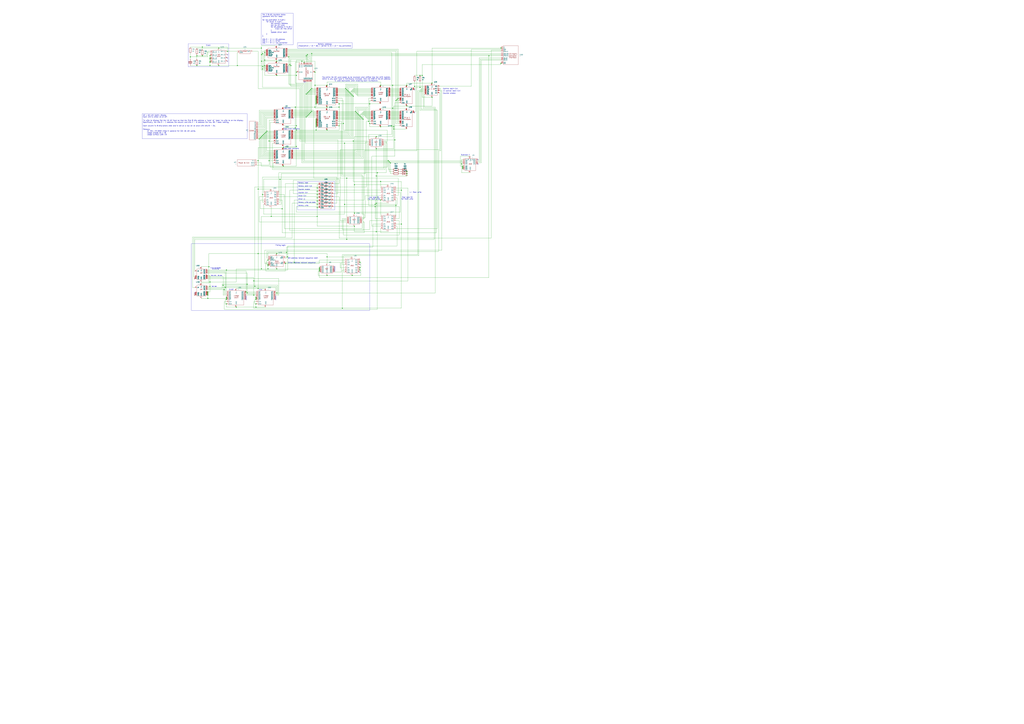
<source format=kicad_sch>
(kicad_sch (version 20231120) (generator "eeschema") (generator_version "8.0")
  (paper "A0")
  (junction (at 441.96 99.06))
  (junction (at 461.01 115.57))
  (junction (at 368.3 226.06))
  (junction (at 325.12 208.28))
  (junction (at 379.73 151.13))
  (junction (at 311.15 307.34))
  (junction (at 287.02 340.36))
  (junction (at 429.26 143.51))
  (junction (at 342.9 148.59))
  (junction (at 327.66 242.57))
  (junction (at 361.95 62.23))
  (junction (at 321.31 294.64))
  (junction (at 407.67 109.22))
  (junction (at 328.93 171.45))
  (junction (at 370.84 314.96))
  (junction (at 400.05 237.49))
  (junction (at 264.16 59.69))
  (junction (at 360.68 130.81))
  (junction (at 299.72 186.69))
  (junction (at 368.3 241.3))
  (junction (at 303.53 71.12))
  (junction (at 328.93 193.04))
  (junction (at 450.85 186.69))
  (junction (at 367.03 140.97))
  (junction (at 243.84 67.31))
  (junction (at 241.3 341.63))
  (junction (at 581.66 73.66))
  (junction (at 481.33 100.33))
  (junction (at 368.3 222.25))
  (junction (at 312.42 186.69))
  (junction (at 401.32 102.87))
  (junction (at 393.7 146.05))
  (junction (at 441.96 232.41))
  (junction (at 306.07 156.21))
  (junction (at 537.21 195.58))
  (junction (at 417.83 311.15))
  (junction (at 254 76.2))
  (junction (at 367.03 142.24))
  (junction (at 344.17 83.82))
  (junction (at 243.84 76.2))
  (junction (at 242.57 309.88))
  (junction (at 368.3 237.49))
  (junction (at 342.9 124.46))
  (junction (at 441.96 147.32))
  (junction (at 367.03 116.84))
  (junction (at 341.63 304.8))
  (junction (at 379.73 320.04))
  (junction (at 466.09 220.98))
  (junction (at 436.88 158.75))
  (junction (at 254 55.88))
  (junction (at 299.72 219.71))
  (junction (at 260.35 336.55))
  (junction (at 490.22 87.63))
  (junction (at 397.51 358.14))
  (junction (at 370.84 313.69))
  (junction (at 367.03 151.13))
  (junction (at 472.44 201.93))
  (junction (at 419.1 135.89))
  (junction (at 344.17 151.13))
  (junction (at 355.6 109.22))
  (junction (at 241.3 340.36))
  (junction (at 337.82 76.2))
  (junction (at 332.74 293.37))
  (junction (at 228.6 76.2))
  (junction (at 416.56 133.35))
  (junction (at 436.88 269.24))
  (junction (at 367.03 111.76))
  (junction (at 501.65 96.52))
  (junction (at 311.15 312.42))
  (junction (at 262.89 353.06))
  (junction (at 356.87 107.95))
  (junction (at 367.03 113.03))
  (junction (at 304.8 62.23))
  (junction (at 234.95 64.77))
  (junction (at 410.21 163.83))
  (junction (at 307.34 76.2))
  (junction (at 294.64 342.9))
  (junction (at 274.32 356.87))
  (junction (at 408.94 110.49))
  (junction (at 358.14 133.35))
  (junction (at 436.88 236.22))
  (junction (at 368.3 251.46))
  (junction (at 367.03 114.3))
  (junction (at 402.59 104.14))
  (junction (at 262.89 313.69))
  (junction (at 421.64 138.43))
  (junction (at 472.44 199.39))
  (junction (at 472.44 123.19))
  (junction (at 462.28 114.3))
  (junction (at 466.09 260.35))
  (junction (at 535.94 190.5))
  (junction (at 299.72 335.28))
  (junction (at 297.18 345.44))
  (junction (at 275.59 76.2))
  (junction (at 344.17 146.05))
  (junction (at 321.31 87.63))
  (junction (at 405.13 106.68))
  (junction (at 435.61 237.49))
  (junction (at 308.61 153.67))
  (junction (at 243.84 71.12))
  (junction (at 356.87 134.62))
  (junction (at 297.18 353.06))
  (junction (at 243.84 72.39))
  (junction (at 304.8 157.48))
  (junction (at 368.3 233.68))
  (junction (at 537.21 194.31))
  (junction (at 436.88 172.72))
  (junction (at 398.78 143.51))
  (junction (at 353.06 72.39))
  (junction (at 457.2 149.86))
  (junction (at 303.53 158.75))
  (junction (at 334.01 298.45))
  (junction (at 300.99 161.29))
  (junction (at 367.03 120.65))
  (junction (at 350.52 71.12))
  (junction (at 259.08 331.47))
  (junction (at 365.76 99.06))
  (junction (at 414.02 130.81))
  (junction (at 304.8 80.01))
  (junction (at 297.18 347.98))
  (junction (at 415.29 132.08))
  (junction (at 567.69 64.77))
  (junction (at 438.15 200.66))
  (junction (at 537.21 193.04))
  (junction (at 367.03 115.57))
  (junction (at 367.03 146.05))
  (junction (at 243.84 64.77))
  (junction (at 379.73 99.06))
  (junction (at 367.03 119.38))
  (junction (at 367.03 143.51))
  (junction (at 459.74 116.84))
  (junction (at 307.34 154.94))
  (junction (at 303.53 63.5))
  (junction (at 367.03 118.11))
  (junction (at 262.89 345.44))
  (junction (at 393.7 120.65))
  (junction (at 321.31 71.12))
  (junction (at 359.41 105.41))
  (junction (at 243.84 68.58))
  (junction (at 344.17 170.18))
  (junction (at 307.34 69.85))
  (junction (at 402.59 207.01))
  (junction (at 344.17 87.63))
  (junction (at 356.87 63.5))
  (junction (at 406.4 107.95))
  (junction (at 262.89 346.71))
  (junction (at 243.84 327.66))
  (junction (at 335.28 66.04))
  (junction (at 241.3 346.71))
  (junction (at 410.21 111.76))
  (junction (at 408.94 320.04))
  (junction (at 427.99 140.97))
  (junction (at 355.6 135.89))
  (junction (at 304.8 77.47))
  (junction (at 241.3 342.9))
  (junction (at 365.76 124.46))
  (junction (at 295.91 332.74))
  (junction (at 403.86 105.41))
  (junction (at 358.14 106.68))
  (junction (at 441.96 210.82))
  (junction (at 365.76 83.82))
  (junction (at 303.53 55.88))
  (junction (at 420.37 137.16))
  (junction (at 303.53 312.42))
  (junction (at 243.84 332.74))
  (junction (at 368.3 218.44))
  (junction (at 355.6 64.77))
  (junction (at 261.62 334.01))
  (junction (at 417.83 134.62))
  (junction (at 307.34 60.96))
  (junction (at 360.68 104.14))
  (junction (at 455.93 125.73))
  (junction (at 417.83 313.69))
  (junction (at 321.31 340.36))
  (junction (at 312.42 163.83))
  (junction (at 459.74 238.76))
  (junction (at 336.55 74.93))
  (junction (at 262.89 347.98))
  (junction (at 454.66 146.05))
  (junction (at 367.03 147.32))
  (junction (at 411.48 214.63))
  (junction (at 452.12 187.96))
  (junction (at 241.3 339.09))
  (junction (at 487.68 101.6))
  (junction (at 581.66 55.88))
  (junction (at 228.6 64.77))
  (junction (at 311.15 308.61))
  (junction (at 393.7 124.46))
  (junction (at 367.03 138.43))
  (junction (at 435.61 240.03))
  (junction (at 370.84 311.15))
  (junction (at 321.31 312.42))
  (junction (at 297.18 346.71))
  (junction (at 314.96 251.46))
  (junction (at 220.98 66.04))
  (junction (at 299.72 294.64))
  (junction (at 411.48 262.89))
  (junction (at 294.64 326.39))
  (junction (at 472.44 99.06))
  (junction (at 501.65 113.03))
  (junction (at 297.18 356.87))
  (junction (at 234.95 54.61))
  (junction (at 361.95 102.87))
  (junction (at 370.84 312.42))
  (junction (at 285.75 339.09))
  (junction (at 400.05 166.37))
  (junction (at 411.48 247.65))
  (junction (at 311.15 302.26))
  (junction (at 412.75 129.54))
  (junction (at 304.8 226.06))
  (junction (at 458.47 162.56))
  (junction (at 429.26 120.65))
  (junction (at 457.2 147.32))
  (junction (at 453.39 189.23))
  (junction (at 402.59 278.13))
  (junction (at 487.68 87.63))
  (junction (at 379.73 124.46))
  (junction (at 361.95 129.54))
  (junction (at 309.88 152.4))
  (junction (at 287.02 330.2))
  (junction (at 359.41 132.08))
  (junction (at 417.83 304.8))
  (junction (at 368.3 229.87))
  (junction (at 455.93 99.06))
  (junction (at 436.88 204.47))
  (junction (at 367.03 144.78))
  (junction (at 302.26 160.02))
  (junction (at 367.03 139.7))
  (junction (at 331.47 306.07))
  (junction (at 379.73 298.45))
  (no_connect (at 388.62 309.88))
  (no_connect (at 320.04 345.44))
  (no_connect (at 481.33 104.14))
  (no_connect (at 554.99 190.5))
  (no_connect (at 334.01 83.82))
  (no_connect (at 388.62 314.96))
  (no_connect (at 353.06 95.25))
  (no_connect (at 320.04 346.71))
  (no_connect (at 417.83 316.23))
  (no_connect (at 285.75 347.98))
  (no_connect (at 285.75 344.17))
  (no_connect (at 226.06 340.36))
  (no_connect (at 334.01 77.47))
  (no_connect (at 264.16 67.31))
  (no_connect (at 481.33 130.81))
  (no_connect (at 388.62 313.69))
  (no_connect (at 340.36 137.16))
  (no_connect (at 320.04 347.98))
  (no_connect (at 264.16 63.5))
  (no_connect (at 285.75 345.44))
  (no_connect (at 388.62 312.42))
  (no_connect (at 308.61 82.55))
  (no_connect (at 334.01 80.01))
  (no_connect (at 334.01 78.74))
  (no_connect (at 354.33 95.25))
  (no_connect (at 285.75 346.71))
  (no_connect (at 417.83 307.34))
  (no_connect (at 554.99 185.42))
  (no_connect (at 320.04 344.17))
  (no_connect (at 334.01 81.28))
  (no_connect (at 264.16 71.12))
  (no_connect (at 334.01 82.55))
  (no_connect (at 388.62 311.15))
  (wire (pts (xy 344.17 83.82) (xy 344.17 87.63)))
  (wire (pts (xy 453.39 135.89) (xy 463.55 135.89)))
  (wire (pts (xy 334.01 62.23) (xy 361.95 62.23)))
  (wire (pts (xy 415.29 111.76) (xy 415.29 97.79)))
  (wire (pts (xy 332.74 293.37) (xy 311.15 293.37)))
  (wire (pts (xy 481.33 102.87) (xy 481.33 100.33)))
  (wire (pts (xy 403.86 100.33) (xy 403.86 105.41)))
  (wire (pts (xy 453.39 189.23) (xy 537.21 189.23)))
  (wire (pts (xy 581.66 72.39) (xy 581.66 73.66)))
  (wire (pts (xy 424.18 252.73) (xy 420.37 252.73)))
  (wire (pts (xy 299.72 219.71) (xy 299.72 186.69)))
  (wire (pts (xy 323.85 200.66) (xy 323.85 223.52)))
  (wire (pts (xy 411.48 262.89) (xy 411.48 269.24)))
  (wire (pts (xy 368.3 251.46) (xy 314.96 251.46)))
  (wire (pts (xy 447.04 167.64) (xy 447.04 196.85)))
  (wire (pts (xy 450.85 269.24) (xy 436.88 269.24)))
  (wire (pts (xy 420.37 182.88) (xy 340.36 182.88)))
  (wire (pts (xy 459.74 116.84) (xy 459.74 59.69)))
  (wire (pts (xy 421.64 129.54) (xy 421.64 138.43)))
  (wire (pts (xy 461.01 229.87) (xy 459.74 229.87)))
  (wire (pts (xy 367.03 107.95) (xy 356.87 107.95)))
  (wire (pts (xy 472.44 199.39) (xy 472.44 201.93)))
  (wire (pts (xy 379.73 124.46) (xy 393.7 124.46)))
  (wire (pts (xy 240.03 64.77) (xy 240.03 60.96)))
  (wire (pts (xy 558.8 189.23) (xy 558.8 69.85)))
  (wire (pts (xy 412.75 129.54) (xy 412.75 175.26)))
  (wire (pts (xy 303.53 158.75) (xy 317.5 158.75)))
  (wire (pts (xy 436.88 172.72) (xy 457.2 172.72)))
  (wire (pts (xy 581.66 74.93) (xy 581.66 73.66)))
  (wire (pts (xy 321.31 312.42) (xy 370.84 312.42)))
  (wire (pts (xy 342.9 96.52) (xy 342.9 72.39)))
  (wire (pts (xy 340.36 224.79) (xy 369.57 224.79)))
  (wire (pts (xy 340.36 152.4) (xy 401.32 152.4)))
  (wire (pts (xy 454.66 60.96) (xy 334.01 60.96)))
  (wire (pts (xy 220.98 54.61) (xy 234.95 54.61)))
  (wire (pts (xy 340.36 181.61) (xy 419.1 181.61)))
  (wire (pts (xy 317.5 135.89) (xy 308.61 135.89)))
  (wire (pts (xy 461.01 262.89) (xy 459.74 262.89)))
  (wire (pts (xy 421.64 267.97) (xy 336.55 267.97)))
  (wire (pts (xy 368.3 229.87) (xy 369.57 229.87)))
  (wire (pts (xy 457.2 123.19) (xy 457.2 147.32)))
  (wire (pts (xy 430.53 133.35) (xy 417.83 133.35)))
  (wire (pts (xy 331.47 304.8) (xy 341.63 304.8)))
  (wire (pts (xy 463.55 201.93) (xy 464.82 201.93)))
  (wire (pts (xy 259.08 321.31) (xy 259.08 331.47)))
  (wire (pts (xy 461.01 58.42) (xy 461.01 115.57)))
  (wire (pts (xy 307.34 306.07) (xy 307.34 290.83)))
  (wire (pts (xy 392.43 137.16) (xy 420.37 137.16)))
  (wire (pts (xy 459.74 227.33) (xy 462.28 227.33)))
  (wire (pts (xy 427.99 140.97) (xy 430.53 140.97)))
  (wire (pts (xy 295.91 217.17) (xy 295.91 332.74)))
  (wire (pts (xy 365.76 99.06) (xy 379.73 99.06)))
  (wire (pts (xy 419.1 313.69) (xy 419.1 320.04)))
  (wire (pts (xy 317.5 180.34) (xy 304.8 180.34)))
  (wire (pts (xy 353.06 72.39) (xy 353.06 69.85)))
  (wire (pts (xy 506.73 127) (xy 488.95 127)))
  (wire (pts (xy 303.53 144.78) (xy 299.72 144.78)))
  (wire (pts (xy 488.95 127) (xy 488.95 102.87)))
  (wire (pts (xy 463.55 254) (xy 459.74 254)))
  (wire (pts (xy 458.47 162.56) (xy 458.47 181.61)))
  (wire (pts (xy 274.32 356.87) (xy 297.18 356.87)))
  (wire (pts (xy 473.71 326.39) (xy 473.71 218.44)))
  (wire (pts (xy 472.44 196.85) (xy 472.44 199.39)))
  (wire (pts (xy 422.91 257.81) (xy 422.91 270.51)))
  (wire (pts (xy 344.17 69.85) (xy 344.17 83.82)))
  (wire (pts (xy 508 128.27) (xy 508 265.43)))
  (wire (pts (xy 241.3 316.23) (xy 261.62 316.23)))
  (wire (pts (xy 287.02 340.36) (xy 297.18 340.36)))
  (wire (pts (xy 309.88 175.26) (xy 309.88 152.4)))
  (wire (pts (xy 392.43 146.05) (xy 393.7 146.05)))
  (wire (pts (xy 307.34 69.85) (xy 307.34 76.2)))
  (wire (pts (xy 274.32 327.66) (xy 274.32 312.42)))
  (wire (pts (xy 241.3 322.58) (xy 294.64 322.58)))
  (wire (pts (xy 429.26 256.54) (xy 429.26 266.7)))
  (wire (pts (xy 335.28 97.79) (xy 353.06 97.79)))
  (wire (pts (xy 459.74 223.52) (xy 464.82 223.52)))
  (wire (pts (xy 398.78 273.05) (xy 398.78 255.27)))
  (wire (pts (xy 430.53 110.49) (xy 414.02 110.49)))
  (wire (pts (xy 241.3 332.74) (xy 243.84 332.74)))
  (wire (pts (xy 321.31 340.36) (xy 505.46 340.36)))
  (wire (pts (xy 401.32 97.79) (xy 401.32 102.87)))
  (wire (pts (xy 547.37 57.15) (xy 547.37 100.33)))
  (wire (pts (xy 396.24 140.97) (xy 392.43 140.97)))
  (wire (pts (xy 417.83 311.15) (xy 417.83 313.69)))
  (wire (pts (xy 368.3 241.3) (xy 369.57 241.3)))
  (wire (pts (xy 535.94 190.5) (xy 535.94 200.66)))
  (wire (pts (xy 264.16 59.69) (xy 275.59 59.69)))
  (wire (pts (xy 387.35 232.41) (xy 422.91 232.41)))
  (wire (pts (xy 367.03 110.49) (xy 367.03 111.76)))
  (wire (pts (xy 335.28 66.04) (xy 334.01 66.04)))
  (wire (pts (xy 397.51 266.7) (xy 397.51 254)))
  (wire (pts (xy 300.99 184.15) (xy 317.5 184.15)))
  (wire (pts (xy 392.43 105.41) (xy 403.86 105.41)))
  (wire (pts (xy 424.18 165.1) (xy 427.99 165.1)))
  (wire (pts (xy 405.13 101.6) (xy 405.13 106.68)))
  (wire (pts (xy 410.21 111.76) (xy 410.21 161.29)))
  (wire (pts (xy 353.06 69.85) (xy 344.17 69.85)))
  (wire (pts (xy 358.14 68.58) (xy 337.82 68.58)))
  (wire (pts (xy 481.33 87.63) (xy 487.68 87.63)))
  (wire (pts (xy 322.58 331.47) (xy 259.08 331.47)))
  (wire (pts (xy 314.96 251.46) (xy 303.53 251.46)))
  (wire (pts (xy 463.55 143.51) (xy 459.74 143.51)))
  (wire (pts (xy 370.84 312.42) (xy 370.84 313.69)))
  (wire (pts (xy 453.39 105.41) (xy 463.55 105.41)))
  (wire (pts (xy 424.18 127) (xy 415.29 127)))
  (wire (pts (xy 397.51 295.91) (xy 485.14 295.91)))
  (wire (pts (xy 370.84 322.58) (xy 370.84 316.23)))
  (wire (pts (xy 400.05 313.69) (xy 397.51 313.69)))
  (wire (pts (xy 472.44 96.52) (xy 472.44 99.06)))
  (wire (pts (xy 304.8 59.69) (xy 308.61 59.69)))
  (wire (pts (xy 339.09 236.22) (xy 369.57 236.22)))
  (wire (pts (xy 367.03 137.16) (xy 367.03 138.43)))
  (wire (pts (xy 367.03 140.97) (xy 367.03 142.24)))
  (wire (pts (xy 463.55 140.97) (xy 462.28 140.97)))
  (wire (pts (xy 393.7 151.13) (xy 379.73 151.13)))
  (wire (pts (xy 302.26 143.51) (xy 302.26 129.54)))
  (wire (pts (xy 299.72 335.28) (xy 308.61 335.28)))
  (wire (pts (xy 261.62 334.01) (xy 261.62 340.36)))
  (wire (pts (xy 241.3 339.09) (xy 243.84 339.09)))
  (wire (pts (xy 368.3 241.3) (xy 368.3 251.46)))
  (wire (pts (xy 297.18 346.71) (xy 297.18 347.98)))
  (wire (pts (xy 449.58 194.31) (xy 313.69 194.31)))
  (wire (pts (xy 226.06 321.31) (xy 224.79 321.31)))
  (wire (pts (xy 299.72 186.69) (xy 298.45 186.69)))
  (wire (pts (xy 360.68 95.25) (xy 360.68 104.14)))
  (wire (pts (xy 459.74 238.76) (xy 427.99 238.76)))
  (wire (pts (xy 303.53 130.81) (xy 303.53 144.78)))
  (wire (pts (xy 387.35 224.79) (xy 392.43 224.79)))
  (wire (pts (xy 452.12 199.39) (xy 452.12 187.96)))
  (wire (pts (xy 387.35 213.36) (xy 393.7 213.36)))
  (wire (pts (xy 367.03 102.87) (xy 361.95 102.87)))
  (wire (pts (xy 344.17 146.05) (xy 328.93 146.05)))
  (wire (pts (xy 331.47 213.36) (xy 331.47 275.59)))
  (wire (pts (xy 340.36 184.15) (xy 421.64 184.15)))
  (wire (pts (xy 379.73 125.73) (xy 365.76 125.73)))
  (wire (pts (xy 360.68 130.81) (xy 367.03 130.81)))
  (wire (pts (xy 392.43 111.76) (xy 410.21 111.76)))
  (wire (pts (xy 295.91 217.17) (xy 369.57 217.17)))
  (wire (pts (xy 452.12 187.96) (xy 537.21 187.96)))
  (wire (pts (xy 297.18 347.98) (xy 295.91 347.98)))
  (wire (pts (xy 285.75 341.63) (xy 297.18 341.63)))
  (wire (pts (xy 427.99 114.3) (xy 427.99 140.97)))
  (wire (pts (xy 336.55 67.31) (xy 336.55 74.93)))
  (wire (pts (xy 264.16 59.69) (xy 264.16 54.61)))
  (wire (pts (xy 420.37 137.16) (xy 420.37 182.88)))
  (wire (pts (xy 411.48 269.24) (xy 436.88 269.24)))
  (wire (pts (xy 461.01 115.57) (xy 463.55 115.57)))
  (wire (pts (xy 458.47 162.56) (xy 445.77 162.56)))
  (wire (pts (xy 257.81 330.2) (xy 257.81 335.28)))
  (wire (pts (xy 431.8 181.61) (xy 431.8 262.89)))
  (wire (pts (xy 365.76 125.73) (xy 365.76 124.46)))
  (wire (pts (xy 243.84 327.66) (xy 274.32 327.66)))
  (wire (pts (xy 340.36 134.62) (xy 356.87 134.62)))
  (wire (pts (xy 300.99 161.29) (xy 300.99 184.15)))
  (wire (pts (xy 459.74 59.69) (xy 334.01 59.69)))
  (wire (pts (xy 340.36 209.55) (xy 340.36 224.79)))
  (wire (pts (xy 368.3 251.46) (xy 368.3 262.89)))
  (wire (pts (xy 328.93 170.18) (xy 344.17 170.18)))
  (wire (pts (xy 340.36 129.54) (xy 361.95 129.54)))
  (wire (pts (xy 340.36 157.48) (xy 406.4 157.48)))
  (wire (pts (xy 454.66 146.05) (xy 454.66 156.21)))
  (wire (pts (xy 311.15 300.99) (xy 311.15 302.26)))
  (wire (pts (xy 308.61 153.67) (xy 308.61 176.53)))
  (wire (pts (xy 312.42 191.77) (xy 298.45 191.77)))
  (wire (pts (xy 581.66 59.69) (xy 483.87 59.69)))
  (wire (pts (xy 401.32 102.87) (xy 401.32 152.4)))
  (wire (pts (xy 458.47 119.38) (xy 458.47 162.56)))
  (wire (pts (xy 314.96 251.46) (xy 314.96 241.3)))
  (wire (pts (xy 317.5 182.88) (xy 302.26 182.88)))
  (wire (pts (xy 370.84 306.07) (xy 370.84 302.26)))
  (wire (pts (xy 379.73 320.04) (xy 408.94 320.04)))
  (wire (pts (xy 453.39 107.95) (xy 463.55 107.95)))
  (wire (pts (xy 431.8 262.89) (xy 441.96 262.89)))
  (wire (pts (xy 398.78 151.13) (xy 398.78 143.51)))
  (wire (pts (xy 393.7 146.05) (xy 393.7 151.13)))
  (wire (pts (xy 370.84 311.15) (xy 370.84 312.42)))
  (wire (pts (xy 486.41 297.18) (xy 486.41 106.68)))
  (wire (pts (xy 361.95 62.23) (xy 581.66 62.23)))
  (wire (pts (xy 307.34 58.42) (xy 307.34 60.96)))
  (wire (pts (xy 334.01 63.5) (xy 356.87 63.5)))
  (wire (pts (xy 412.75 109.22) (xy 412.75 100.33)))
  (wire (pts (xy 356.87 107.95) (xy 356.87 95.25)))
  (wire (pts (xy 355.6 109.22) (xy 355.6 135.89)))
  (wire (pts (xy 392.43 106.68) (xy 405.13 106.68)))
  (wire (pts (xy 567.69 64.77) (xy 567.69 322.58)))
  (wire (pts (xy 419.1 311.15) (xy 417.83 311.15)))
  (wire (pts (xy 394.97 256.54) (xy 402.59 256.54)))
  (wire (pts (xy 297.18 344.17) (xy 297.18 345.44)))
  (wire (pts (xy 457.2 149.86) (xy 472.44 149.86)))
  (wire (pts (xy 397.51 307.34) (xy 397.51 295.91)))
  (wire (pts (xy 430.53 107.95) (xy 411.48 107.95)))
  (wire (pts (xy 408.94 298.45) (xy 379.73 298.45)))
  (wire (pts (xy 453.39 111.76) (xy 463.55 111.76)))
  (wire (pts (xy 285.75 339.09) (xy 285.75 314.96)))
  (wire (pts (xy 412.75 124.46) (xy 412.75 129.54)))
  (wire (pts (xy 486.41 106.68) (xy 492.76 106.68)))
  (wire (pts (xy 510.54 100.33) (xy 547.37 100.33)))
  (wire (pts (xy 462.28 114.3) (xy 462.28 57.15)))
  (wire (pts (xy 325.12 234.95) (xy 325.12 208.28)))
  (wire (pts (xy 287.02 330.2) (xy 257.81 330.2)))
  (wire (pts (xy 297.18 345.44) (xy 297.18 346.71)))
  (wire (pts (xy 299.72 154.94) (xy 307.34 154.94)))
  (wire (pts (xy 410.21 163.83) (xy 427.99 163.83)))
  (wire (pts (xy 422.91 254) (xy 420.37 254)))
  (wire (pts (xy 303.53 193.04) (xy 303.53 189.23)))
  (wire (pts (xy 379.73 294.64) (xy 379.73 298.45)))
  (wire (pts (xy 313.69 194.31) (xy 313.69 142.24)))
  (wire (pts (xy 466.09 260.35) (xy 466.09 358.14)))
  (wire (pts (xy 441.96 210.82) (xy 441.96 218.44)))
  (wire (pts (xy 331.47 299.72) (xy 332.74 299.72)))
  (wire (pts (xy 350.52 189.23) (xy 350.52 100.33)))
  (wire (pts (xy 325.12 208.28) (xy 393.7 208.28)))
  (wire (pts (xy 307.34 154.94) (xy 317.5 154.94)))
  (wire (pts (xy 241.3 323.85) (xy 323.85 323.85)))
  (wire (pts (xy 427.99 162.56) (xy 427.99 156.21)))
  (wire (pts (xy 320.04 341.63) (xy 322.58 341.63)))
  (wire (pts (xy 426.72 232.41) (xy 426.72 167.64)))
  (wire (pts (xy 302.26 242.57) (xy 302.26 232.41)))
  (wire (pts (xy 299.72 143.51) (xy 302.26 143.51)))
  (wire (pts (xy 334.01 285.75) (xy 334.01 298.45)))
  (wire (pts (xy 297.18 353.06) (xy 297.18 356.87)))
  (wire (pts (xy 320.04 340.36) (xy 321.31 340.36)))
  (wire (pts (xy 317.5 139.7) (xy 312.42 139.7)))
  (wire (pts (xy 445.77 166.37) (xy 449.58 166.37)))
  (wire (pts (xy 242.57 309.88) (xy 233.68 309.88)))
  (wire (pts (xy 304.8 80.01) (xy 308.61 80.01)))
  (wire (pts (xy 430.53 132.08) (xy 419.1 132.08)))
  (wire (pts (xy 427.99 166.37) (xy 400.05 166.37)))
  (wire (pts (xy 306.07 64.77) (xy 306.07 78.74)))
  (wire (pts (xy 302.26 242.57) (xy 327.66 242.57)))
  (wire (pts (xy 360.68 104.14) (xy 367.03 104.14)))
  (wire (pts (xy 453.39 104.14) (xy 463.55 104.14)))
  (wire (pts (xy 304.8 226.06) (xy 306.07 226.06)))
  (wire (pts (xy 307.34 76.2) (xy 307.34 87.63)))
  (wire (pts (xy 445.77 167.64) (xy 447.04 167.64)))
  (wire (pts (xy 332.74 287.02) (xy 433.07 287.02)))
  (wire (pts (xy 358.14 106.68) (xy 367.03 106.68)))
  (wire (pts (xy 311.15 307.34) (xy 311.15 308.61)))
  (wire (pts (xy 392.43 129.54) (xy 412.75 129.54)))
  (wire (pts (xy 342.9 148.59) (xy 328.93 148.59)))
  (wire (pts (xy 447.04 196.85) (xy 316.23 196.85)))
  (wire (pts (xy 473.71 218.44) (xy 459.74 218.44)))
  (wire (pts (xy 397.51 203.2) (xy 397.51 114.3)))
  (wire (pts (xy 361.95 102.87) (xy 361.95 129.54)))
  (wire (pts (xy 392.43 143.51) (xy 398.78 143.51)))
  (wire (pts (xy 505.46 340.36) (xy 505.46 124.46)))
  (wire (pts (xy 441.96 125.73) (xy 455.93 125.73)))
  (wire (pts (xy 429.26 266.7) (xy 397.51 266.7)))
  (wire (pts (xy 326.39 237.49) (xy 323.85 237.49)))
  (wire (pts (xy 350.52 100.33) (xy 337.82 100.33)))
  (wire (pts (xy 308.61 304.8) (xy 311.15 304.8)))
  (wire (pts (xy 309.88 307.34) (xy 311.15 307.34)))
  (wire (pts (xy 349.25 101.6) (xy 304.8 101.6)))
  (wire (pts (xy 453.39 109.22) (xy 463.55 109.22)))
  (wire (pts (xy 367.03 143.51) (xy 367.03 144.78)))
  (wire (pts (xy 353.06 186.69) (xy 450.85 186.69)))
  (wire (pts (xy 402.59 207.01) (xy 462.28 207.01)))
  (wire (pts (xy 359.41 67.31) (xy 336.55 67.31)))
  (wire (pts (xy 360.68 104.14) (xy 360.68 130.81)))
  (wire (pts (xy 453.39 130.81) (xy 463.55 130.81)))
  (wire (pts (xy 455.93 99.06) (xy 472.44 99.06)))
  (wire (pts (xy 463.55 116.84) (xy 459.74 116.84)))
  (wire (pts (xy 355.6 64.77) (xy 355.6 72.39)))
  (wire (pts (xy 294.64 358.14) (xy 294.64 350.52)))
  (wire (pts (xy 260.35 350.52) (xy 262.89 350.52)))
  (wire (pts (xy 367.03 134.62) (xy 356.87 134.62)))
  (wire (pts (xy 340.36 130.81) (xy 360.68 130.81)))
  (wire (pts (xy 331.47 306.07) (xy 370.84 306.07)))
  (wire (pts (xy 463.55 273.05) (xy 398.78 273.05)))
  (wire (pts (xy 306.07 237.49) (xy 306.07 248.92)))
  (wire (pts (xy 411.48 214.63) (xy 411.48 247.65)))
  (wire (pts (xy 415.29 177.8) (xy 340.36 177.8)))
  (wire (pts (xy 334.01 285.75) (xy 461.01 285.75)))
  (wire (pts (xy 262.89 313.69) (xy 334.01 313.69)))
  (wire (pts (xy 424.18 227.33) (xy 441.96 227.33)))
  (wire (pts (xy 535.94 185.42) (xy 535.94 190.5)))
  (wire (pts (xy 285.75 339.09) (xy 297.18 339.09)))
  (wire (pts (xy 331.47 275.59) (xy 223.52 275.59)))
  (wire (pts (xy 304.8 62.23) (xy 308.61 62.23)))
  (wire (pts (xy 359.41 105.41) (xy 359.41 95.25)))
  (wire (pts (xy 429.26 143.51) (xy 429.26 120.65)))
  (wire (pts (xy 441.96 99.06) (xy 455.93 99.06)))
  (wire (pts (xy 262.89 353.06) (xy 262.89 356.87)))
  (wire (pts (xy 408.94 104.14) (xy 408.94 110.49)))
  (wire (pts (xy 317.5 175.26) (xy 309.88 175.26)))
  (wire (pts (xy 466.09 210.82) (xy 466.09 220.98)))
  (wire (pts (xy 367.03 151.13) (xy 379.73 151.13)))
  (wire (pts (xy 361.95 102.87) (xy 361.95 95.25)))
  (wire (pts (xy 430.53 137.16) (xy 425.45 137.16)))
  (wire (pts (xy 311.15 312.42) (xy 321.31 312.42)))
  (wire (pts (xy 316.23 196.85) (xy 316.23 166.37)))
  (wire (pts (xy 243.84 339.09) (xy 243.84 332.74)))
  (wire (pts (xy 223.52 275.59) (xy 223.52 334.01)))
  (wire (pts (xy 449.58 166.37) (xy 449.58 194.31)))
  (wire (pts (xy 459.74 232.41) (xy 459.74 238.76)))
  (wire (pts (xy 312.42 163.83) (xy 312.42 186.69)))
  (wire (pts (xy 425.45 137.16) (xy 425.45 125.73)))
  (wire (pts (xy 317.5 130.81) (xy 303.53 130.81)))
  (wire (pts (xy 361.95 129.54) (xy 367.03 129.54)))
  (wire (pts (xy 509.27 292.1) (xy 309.88 292.1)))
  (wire (pts (xy 429.26 147.32) (xy 441.96 147.32)))
  (wire (pts (xy 482.6 101.6) (xy 487.68 101.6)))
  (wire (pts (xy 472.44 201.93) (xy 472.44 204.47)))
  (wire (pts (xy 358.14 106.68) (xy 358.14 133.35)))
  (wire (pts (xy 241.3 340.36) (xy 241.3 341.63)))
  (wire (pts (xy 417.83 313.69) (xy 419.1 313.69)))
  (wire (pts (xy 306.07 248.92) (xy 400.05 248.92)))
  (wire (pts (xy 392.43 224.79) (xy 392.43 162.56)))
  (wire (pts (xy 402.59 278.13) (xy 402.59 259.08)))
  (wire (pts (xy 262.89 356.87) (xy 274.32 356.87)))
  (wire (pts (xy 243.84 64.77) (xy 243.84 67.31)))
  (wire (pts (xy 260.35 359.41) (xy 260.35 350.52)))
  (wire (pts (xy 304.8 77.47) (xy 304.8 62.23)))
  (wire (pts (xy 534.67 193.04) (xy 534.67 181.61)))
  (wire (pts (xy 430.53 106.68) (xy 406.4 106.68)))
  (wire (pts (xy 308.61 149.86) (xy 299.72 149.86)))
  (wire (pts (xy 336.55 99.06) (xy 351.79 99.06)))
  (wire (pts (xy 436.88 236.22) (xy 450.85 236.22)))
  (wire (pts (xy 299.72 171.45) (xy 299.72 186.69)))
  (wire (pts (xy 427.99 238.76) (xy 427.99 168.91)))
  (wire (pts (xy 365.76 71.12) (xy 365.76 83.82)))
  (wire (pts (xy 295.91 332.74) (xy 260.35 332.74)))
  (wire (pts (xy 581.66 68.58) (xy 557.53 68.58)))
  (wire (pts (xy 367.03 146.05) (xy 367.03 147.32)))
  (wire (pts (xy 309.88 137.16) (xy 317.5 137.16)))
  (wire (pts (xy 367.03 132.08) (xy 359.41 132.08)))
  (wire (pts (xy 455.93 158.75) (xy 455.93 125.73)))
  (wire (pts (xy 464.82 223.52) (xy 464.82 246.38)))
  (wire (pts (xy 299.72 158.75) (xy 303.53 158.75)))
  (wire (pts (xy 449.58 165.1) (xy 449.58 151.13)))
  (wire (pts (xy 334.01 64.77) (xy 355.6 64.77)))
  (wire (pts (xy 309.88 151.13) (xy 309.88 137.16)))
  (wire (pts (xy 304.8 180.34) (xy 304.8 157.48)))
  (wire (pts (xy 417.83 304.8) (xy 419.1 304.8)))
  (wire (pts (xy 459.74 116.84) (xy 459.74 143.51)))
  (wire (pts (xy 328.93 193.04) (xy 344.17 193.04)))
  (wire (pts (xy 335.28 66.04) (xy 335.28 97.79)))
  (wire (pts (xy 570.23 276.86) (xy 570.23 58.42)))
  (wire (pts (xy 389.89 209.55) (xy 340.36 209.55)))
  (wire (pts (xy 491.49 107.95) (xy 491.49 125.73)))
  (wire (pts (xy 535.94 200.66) (xy 546.1 200.66)))
  (wire (pts (xy 344.17 170.18) (xy 344.17 151.13)))
  (wire (pts (xy 426.72 138.43) (xy 426.72 124.46)))
  (wire (pts (xy 331.47 306.07) (xy 331.47 314.96)))
  (wire (pts (xy 351.79 99.06) (xy 351.79 187.96)))
  (wire (pts (xy 297.18 356.87) (xy 308.61 356.87)))
  (wire (pts (xy 459.74 265.43) (xy 508 265.43)))
  (wire (pts (xy 424.18 201.93) (xy 424.18 165.1)))
  (wire (pts (xy 260.35 332.74) (xy 260.35 336.55)))
  (wire (pts (xy 534.67 181.61) (xy 546.1 181.61)))
  (wire (pts (xy 435.61 254) (xy 441.96 254)))
  (wire (pts (xy 328.93 171.45) (xy 299.72 171.45)))
  (wire (pts (xy 554.99 187.96) (xy 557.53 187.96)))
  (wire (pts (xy 242.57 294.64) (xy 299.72 294.64)))
  (wire (pts (xy 430.53 109.22) (xy 412.75 109.22)))
  (wire (pts (xy 424.18 252.73) (xy 424.18 227.33)))
  (wire (pts (xy 331.47 213.36) (xy 369.57 213.36)))
  (wire (pts (xy 309.88 302.26) (xy 309.88 307.34)))
  (wire (pts (xy 430.53 135.89) (xy 424.18 135.89)))
  (wire (pts (xy 360.68 66.04) (xy 335.28 66.04)))
  (wire (pts (xy 410.21 210.82) (xy 441.96 210.82)))
  (wire (pts (xy 367.03 139.7) (xy 367.03 140.97)))
  (wire (pts (xy 220.98 66.04) (xy 220.98 68.58)))
  (wire (pts (xy 299.72 157.48) (xy 304.8 157.48)))
  (wire (pts (xy 367.03 147.32) (xy 367.03 151.13)))
  (wire (pts (xy 421.64 255.27) (xy 421.64 204.47)))
  (wire (pts (xy 369.57 214.63) (xy 368.3 214.63)))
  (wire (pts (xy 466.09 220.98) (xy 466.09 260.35)))
  (wire (pts (xy 461.01 237.49) (xy 461.01 229.87)))
  (wire (pts (xy 430.53 138.43) (xy 426.72 138.43)))
  (wire (pts (xy 262.89 347.98) (xy 261.62 347.98)))
  (wire (pts (xy 304.8 77.47) (xy 304.8 80.01)))
  (wire (pts (xy 220.98 76.2) (xy 228.6 76.2)))
  (wire (pts (xy 402.59 257.81) (xy 300.99 257.81)))
  (wire (pts (xy 407.67 109.22) (xy 407.67 158.75)))
  (wire (pts (xy 344.17 87.63) (xy 321.31 87.63)))
  (wire (pts (xy 410.21 163.83) (xy 410.21 210.82)))
  (wire (pts (xy 453.39 137.16) (xy 463.55 137.16)))
  (wire (pts (xy 330.2 226.06) (xy 323.85 226.06)))
  (wire (pts (xy 397.51 254) (xy 402.59 254)))
  (wire (pts (xy 368.3 262.89) (xy 411.48 262.89)))
  (wire (pts (xy 308.61 153.67) (xy 317.5 153.67)))
  (wire (pts (xy 450.85 186.69) (xy 450.85 196.85)))
  (wire (pts (xy 417.83 180.34) (xy 340.36 180.34)))
  (wire (pts (xy 410.21 161.29) (xy 340.36 161.29)))
  (wire (pts (xy 441.96 99.06) (xy 441.96 95.25)))
  (wire (pts (xy 344.17 151.13) (xy 344.17 146.05)))
  (wire (pts (xy 430.53 143.51) (xy 429.26 143.51)))
  (wire (pts (xy 367.03 119.38) (xy 367.03 120.65)))
  (wire (pts (xy 367.03 114.3) (xy 367.03 115.57)))
  (wire (pts (xy 419.1 135.89) (xy 419.1 181.61)))
  (wire (pts (xy 274.32 312.42) (xy 303.53 312.42)))
  (wire (pts (xy 228.6 63.5) (xy 228.6 64.77)))
  (wire (pts (xy 368.3 229.87) (xy 368.3 233.68)))
  (wire (pts (xy 344.17 240.03) (xy 369.57 240.03)))
  (wire (pts (xy 367.03 116.84) (xy 367.03 118.11)))
  (wire (pts (xy 400.05 166.37) (xy 400.05 237.49)))
  (wire (pts (xy 313.69 142.24) (xy 317.5 142.24)))
  (wire (pts (xy 355.6 135.89) (xy 367.03 135.89)))
  (wire (pts (xy 389.89 223.52) (xy 389.89 209.55)))
  (wire (pts (xy 430.53 104.14) (xy 408.94 104.14)))
  (wire (pts (xy 453.39 134.62) (xy 463.55 134.62)))
  (wire (pts (xy 339.09 276.86) (xy 339.09 236.22)))
  (wire (pts (xy 241.3 313.69) (xy 262.89 313.69)))
  (wire (pts (xy 581.66 54.61) (xy 581.66 55.88)))
  (wire (pts (xy 347.98 163.83) (xy 410.21 163.83)))
  (wire (pts (xy 317.5 189.23) (xy 317.5 195.58)))
  (wire (pts (xy 463.55 256.54) (xy 463.55 273.05)))
  (wire (pts (xy 323.85 323.85) (xy 323.85 342.9)))
  (wire (pts (xy 368.3 233.68) (xy 368.3 237.49)))
  (wire (pts (xy 337.82 76.2) (xy 337.82 100.33)))
  (wire (pts (xy 396.24 304.8) (xy 400.05 304.8)))
  (wire (pts (xy 312.42 186.69) (xy 317.5 186.69)))
  (wire (pts (xy 411.48 158.75) (xy 411.48 214.63)))
  (wire (pts (xy 557.53 68.58) (xy 557.53 187.96)))
  (wire (pts (xy 501.65 123.19) (xy 501.65 113.03)))
  (wire (pts (xy 392.43 119.38) (xy 393.7 119.38)))
  (wire (pts (xy 228.6 55.88) (xy 254 55.88)))
  (wire (pts (xy 355.6 64.77) (xy 567.69 64.77)))
  (wire (pts (xy 435.61 229.87) (xy 441.96 229.87)))
  (wire (pts (xy 312.42 186.69) (xy 312.42 191.77)))
  (wire (pts (xy 411.48 247.65) (xy 411.48 248.92)))
  (wire (pts (xy 233.68 327.66) (xy 243.84 327.66)))
  (wire (pts (xy 441.96 265.43) (xy 441.96 270.51)))
  (wire (pts (xy 220.98 66.04) (xy 220.98 62.23)))
  (wire (pts (xy 448.31 163.83) (xy 448.31 200.66)))
  (wire (pts (xy 421.64 204.47) (xy 396.24 204.47)))
  (wire (pts (xy 306.07 179.07) (xy 317.5 179.07)))
  (wire (pts (xy 303.53 158.75) (xy 303.53 181.61)))
  (wire (pts (xy 341.63 304.8) (xy 394.97 304.8)))
  (wire (pts (xy 340.36 132.08) (xy 359.41 132.08)))
  (wire (pts (xy 417.83 134.62) (xy 417.83 180.34)))
  (wire (pts (xy 285.75 314.96) (xy 241.3 314.96)))
  (wire (pts (xy 309.88 299.72) (xy 311.15 299.72)))
  (wire (pts (xy 361.95 62.23) (xy 361.95 72.39)))
  (wire (pts (xy 445.77 163.83) (xy 448.31 163.83)))
  (wire (pts (xy 441.96 95.25) (xy 379.73 95.25)))
  (wire (pts (xy 350.52 71.12) (xy 365.76 71.12)))
  (wire (pts (xy 414.02 99.06) (xy 402.59 99.06)))
  (wire (pts (xy 420.37 248.92) (xy 420.37 203.2)))
  (wire (pts (xy 461.01 142.24) (xy 463.55 142.24)))
  (wire (pts (xy 425.45 140.97) (xy 425.45 217.17)))
  (wire (pts (xy 234.95 54.61) (xy 264.16 54.61)))
  (wire (pts (xy 420.37 130.81) (xy 420.37 137.16)))
  (wire (pts (xy 554.99 189.23) (xy 558.8 189.23)))
  (wire (pts (xy 342.9 148.59) (xy 342.9 124.46)))
  (wire (pts (xy 304.8 132.08) (xy 317.5 132.08)))
  (wire (pts (xy 537.21 194.31) (xy 537.21 195.58)))
  (wire (pts (xy 445.77 165.1) (xy 449.58 165.1)))
  (wire (pts (xy 241.3 320.04) (xy 243.84 320.04)))
  (wire (pts (xy 344.17 193.04) (xy 344.17 170.18)))
  (wire (pts (xy 311.15 306.07) (xy 307.34 306.07)))
  (wire (pts (xy 410.21 102.87) (xy 410.21 111.76)))
  (wire (pts (xy 398.78 143.51) (xy 398.78 116.84)))
  (wire (pts (xy 402.59 99.06) (xy 402.59 104.14)))
  (wire (pts (xy 453.39 132.08) (xy 463.55 132.08)))
  (wire (pts (xy 492.76 109.22) (xy 492.76 124.46)))
  (wire (pts (xy 309.88 152.4) (xy 317.5 152.4)))
  (wire (pts (xy 388.62 316.23) (xy 396.24 316.23)))
  (wire (pts (xy 307.34 177.8) (xy 307.34 154.94)))
  (wire (pts (xy 356.87 107.95) (xy 356.87 134.62)))
  (wire (pts (xy 303.53 181.61) (xy 317.5 181.61)))
  (wire (pts (xy 436.88 269.24) (xy 436.88 236.22)))
  (wire (pts (xy 308.61 58.42) (xy 307.34 58.42)))
  (wire (pts (xy 379.73 320.04) (xy 369.57 320.04)))
  (wire (pts (xy 368.3 222.25) (xy 368.3 226.06)))
  (wire (pts (xy 430.53 130.81) (xy 420.37 130.81)))
  (wire (pts (xy 307.34 76.2) (xy 308.61 76.2)))
  (wire (pts (xy 262.89 345.44) (xy 262.89 346.71)))
  (wire (pts (xy 464.82 246.38) (xy 344.17 246.38)))
  (wire (pts (xy 407.67 158.75) (xy 340.36 158.75)))
  (wire (pts (xy 354.33 166.37) (xy 354.33 96.52)))
  (wire (pts (xy 234.95 64.77) (xy 240.03 64.77)))
  (wire (pts (xy 234.95 54.61) (xy 234.95 57.15)))
  (wire (pts (xy 367.03 142.24) (xy 367.03 143.51)))
  (wire (pts (xy 308.61 314.96) (xy 308.61 304.8)))
  (wire (pts (xy 299.72 161.29) (xy 300.99 161.29)))
  (wire (pts (xy 415.29 127) (xy 415.29 132.08)))
  (wire (pts (xy 421.64 256.54) (xy 421.64 267.97)))
  (wire (pts (xy 287.02 340.36) (xy 287.02 330.2)))
  (wire (pts (xy 463.55 114.3) (xy 462.28 114.3)))
  (wire (pts (xy 355.6 95.25) (xy 355.6 109.22)))
  (wire (pts (xy 420.37 255.27) (xy 421.64 255.27)))
  (wire (pts (xy 320.04 334.01) (xy 261.62 334.01)))
  (wire (pts (xy 368.3 214.63) (xy 368.3 218.44)))
  (wire (pts (xy 438.15 200.66) (xy 448.31 200.66)))
  (wire (pts (xy 394.97 304.8) (xy 394.97 311.15)))
  (wire (pts (xy 462.28 140.97) (xy 462.28 114.3)))
  (wire (pts (xy 228.6 64.77) (xy 234.95 64.77)))
  (wire (pts (xy 275.59 76.2) (xy 307.34 76.2)))
  (wire (pts (xy 241.3 342.9) (xy 241.3 346.71)))
  (wire (pts (xy 299.72 294.64) (xy 299.72 335.28)))
  (wire (pts (xy 317.5 177.8) (xy 307.34 177.8)))
  (wire (pts (xy 287.02 317.5) (xy 241.3 317.5)))
  (wire (pts (xy 299.72 151.13) (xy 309.88 151.13)))
  (wire (pts (xy 303.53 63.5) (xy 303.53 55.88)))
  (wire (pts (xy 430.53 134.62) (xy 422.91 134.62)))
  (wire (pts (xy 294.64 342.9) (xy 294.64 326.39)))
  (wire (pts (xy 398.78 116.84) (xy 392.43 116.84)))
  (wire (pts (xy 243.84 71.12) (xy 243.84 72.39)))
  (wire (pts (xy 294.64 342.9) (xy 297.18 342.9)))
  (wire (pts (xy 487.68 95.25) (xy 487.68 101.6)))
  (wire (pts (xy 299.72 102.87) (xy 347.98 102.87)))
  (wire (pts (xy 321.31 332.74) (xy 295.91 332.74)))
  (wire (pts (xy 336.55 220.98) (xy 369.57 220.98)))
  (wire (pts (xy 243.84 59.69) (xy 241.3 59.69)))
  (wire (pts (xy 405.13 106.68) (xy 405.13 156.21)))
  (wire (pts (xy 487.68 104.14) (xy 492.76 104.14)))
  (wire (pts (xy 241.3 59.69) (xy 241.3 66.04)))
  (wire (pts (xy 400.05 307.34) (xy 397.51 307.34)))
  (wire (pts (xy 332.74 293.37) (xy 332.74 299.72)))
  (wire (pts (xy 261.62 353.06) (xy 262.89 353.06)))
  (wire (pts (xy 430.53 111.76) (xy 415.29 111.76)))
  (wire (pts (xy 487.68 87.63) (xy 490.22 87.63)))
  (wire (pts (xy 417.83 302.26) (xy 417.83 304.8)))
  (wire (pts (xy 334.01 298.45) (xy 334.01 313.69)))
  (wire (pts (xy 327.66 232.41) (xy 323.85 232.41)))
  (wire (pts (xy 311.15 293.37) (xy 311.15 298.45)))
  (wire (pts (xy 393.7 119.38) (xy 393.7 120.65)))
  (wire (pts (xy 411.48 107.95) (xy 411.48 101.6)))
  (wire (pts (xy 259.08 331.47) (xy 259.08 342.9)))
  (wire (pts (xy 304.8 101.6) (xy 304.8 80.01)))
  (wire (pts (xy 241.3 334.01) (xy 261.62 334.01)))
  (wire (pts (xy 358.14 72.39) (xy 358.14 68.58)))
  (wire (pts (xy 411.48 214.63) (xy 450.85 214.63)))
  (wire (pts (xy 368.3 237.49) (xy 368.3 241.3)))
  (wire (pts (xy 487.68 128.27) (xy 487.68 104.14)))
  (wire (pts (xy 398.78 297.18) (xy 398.78 316.23)))
  (wire (pts (xy 379.73 298.45) (xy 379.73 306.07)))
  (wire (pts (xy 359.41 105.41) (xy 359.41 132.08)))
  (wire (pts (xy 427.99 156.21) (xy 454.66 156.21)))
  (wire (pts (xy 558.8 69.85) (xy 581.66 69.85)))
  (wire (pts (xy 309.88 292.1) (xy 309.88 299.72)))
  (wire (pts (xy 453.39 189.23) (xy 453.39 201.93)))
  (wire (pts (xy 367.03 124.46) (xy 379.73 124.46)))
  (wire (pts (xy 436.88 158.75) (xy 455.93 158.75)))
  (wire (pts (xy 408.94 110.49) (xy 408.94 160.02)))
  (wire (pts (xy 241.3 346.71) (xy 233.68 346.71)))
  (wire (pts (xy 490.22 113.03) (xy 501.65 113.03)))
  (wire (pts (xy 392.43 134.62) (xy 417.83 134.62)))
  (wire (pts (xy 387.35 240.03) (xy 435.61 240.03)))
  (wire (pts (xy 368.3 218.44) (xy 369.57 218.44)))
  (wire (pts (xy 340.36 160.02) (xy 408.94 160.02)))
  (wire (pts (xy 337.82 68.58) (xy 337.82 76.2)))
  (wire (pts (xy 336.55 74.93) (xy 334.01 74.93)))
  (wire (pts (xy 397.51 114.3) (xy 392.43 114.3)))
  (wire (pts (xy 311.15 302.26) (xy 309.88 302.26)))
  (wire (pts (xy 360.68 72.39) (xy 360.68 66.04)))
  (wire (pts (xy 307.34 60.96) (xy 308.61 60.96)))
  (wire (pts (xy 420.37 248.92) (xy 422.91 248.92)))
  (wire (pts (xy 368.3 226.06) (xy 368.3 229.87)))
  (wire (pts (xy 323.85 342.9) (xy 320.04 342.9)))
  (wire (pts (xy 328.93 193.04) (xy 303.53 193.04)))
  (wire (pts (xy 364.49 207.01) (xy 402.59 207.01)))
  (wire (pts (xy 307.34 60.96) (xy 307.34 69.85)))
  (wire (pts (xy 307.34 290.83) (xy 513.08 290.83)))
  (wire (pts (xy 304.8 226.06) (xy 304.8 234.95)))
  (wire (pts (xy 321.31 340.36) (xy 321.31 332.74)))
  (wire (pts (xy 430.53 102.87) (xy 410.21 102.87)))
  (wire (pts (xy 295.91 353.06) (xy 297.18 353.06)))
  (wire (pts (xy 417.83 133.35) (xy 417.83 134.62)))
  (wire (pts (xy 416.56 128.27) (xy 416.56 133.35)))
  (wire (pts (xy 491.49 107.95) (xy 492.76 107.95)))
  (wire (pts (xy 285.75 342.9) (xy 294.64 342.9)))
  (wire (pts (xy 391.16 205.74) (xy 391.16 236.22)))
  (wire (pts (xy 453.39 133.35) (xy 463.55 133.35)))
  (wire (pts (xy 510.54 173.99) (xy 394.97 173.99)))
  (wire (pts (xy 506.73 270.51) (xy 506.73 127)))
  (wire (pts (xy 463.55 199.39) (xy 464.82 199.39)))
  (wire (pts (xy 350.52 72.39) (xy 350.52 71.12)))
  (wire (pts (xy 262.89 346.71) (xy 262.89 347.98)))
  (wire (pts (xy 393.7 276.86) (xy 393.7 228.6)))
  (wire (pts (xy 344.17 87.63) (xy 344.17 146.05)))
  (wire (pts (xy 429.26 120.65) (xy 429.26 116.84)))
  (wire (pts (xy 454.66 146.05) (xy 463.55 146.05)))
  (wire (pts (xy 364.49 128.27) (xy 340.36 128.27)))
  (wire (pts (xy 330.2 265.43) (xy 330.2 226.06)))
  (wire (pts (xy 438.15 200.66) (xy 323.85 200.66)))
  (wire (pts (xy 322.58 341.63) (xy 322.58 331.47)))
  (wire (pts (xy 393.7 208.28) (xy 393.7 213.36)))
  (wire (pts (xy 243.84 76.2) (xy 254 76.2)))
  (wire (pts (xy 340.36 176.53) (xy 414.02 176.53)))
  (wire (pts (xy 435.61 240.03) (xy 435.61 254)))
  (wire (pts (xy 365.76 124.46) (xy 365.76 99.06)))
  (wire (pts (xy 226.06 314.96) (xy 226.06 278.13)))
  (wire (pts (xy 367.03 120.65) (xy 367.03 124.46)))
  (wire (pts (xy 308.61 64.77) (xy 306.07 64.77)))
  (wire (pts (xy 358.14 95.25) (xy 358.14 106.68)))
  (wire (pts (xy 367.03 115.57) (xy 367.03 116.84)))
  (wire (pts (xy 441.96 147.32) (xy 457.2 147.32)))
  (wire (pts (xy 487.68 101.6) (xy 492.76 101.6)))
  (wire (pts (xy 392.43 107.95) (xy 406.4 107.95)))
  (wire (pts (xy 400.05 248.92) (xy 400.05 237.49)))
  (wire (pts (xy 481.33 100.33) (xy 492.76 100.33)))
  (wire (pts (xy 453.39 129.54) (xy 463.55 129.54)))
  (wire (pts (xy 411.48 247.65) (xy 450.85 247.65)))
  (wire (pts (xy 359.41 72.39) (xy 359.41 67.31)))
  (wire (pts (xy 370.84 309.88) (xy 370.84 311.15)))
  (wire (pts (xy 391.16 205.74) (xy 304.8 205.74)))
  (wire (pts (xy 332.74 287.02) (xy 332.74 293.37)))
  (wire (pts (xy 419.1 132.08) (xy 419.1 135.89)))
  (wire (pts (xy 241.3 321.31) (xy 259.08 321.31)))
  (wire (pts (xy 307.34 87.63) (xy 321.31 87.63)))
  (wire (pts (xy 233.68 328.93) (xy 242.57 328.93)))
  (wire (pts (xy 300.99 228.6) (xy 306.07 228.6)))
  (wire (pts (xy 392.43 133.35) (xy 416.56 133.35)))
  (wire (pts (xy 513.08 105.41) (xy 510.54 105.41)))
  (wire (pts (xy 262.89 344.17) (xy 262.89 345.44)))
  (wire (pts (xy 441.96 210.82) (xy 466.09 210.82)))
  (wire (pts (xy 355.6 109.22) (xy 367.03 109.22)))
  (wire (pts (xy 312.42 139.7) (xy 312.42 163.83)))
  (wire (pts (xy 302.26 129.54) (xy 317.5 129.54)))
  (wire (pts (xy 581.66 55.88) (xy 501.65 55.88)))
  (wire (pts (xy 416.56 133.35) (xy 416.56 179.07)))
  (wire (pts (xy 422.91 248.92) (xy 422.91 254)))
  (wire (pts (xy 554.99 186.69) (xy 556.26 186.69)))
  (wire (pts (xy 303.53 71.12) (xy 321.31 71.12)))
  (wire (pts (xy 436.88 204.47) (xy 436.88 236.22)))
  (wire (pts (xy 369.57 314.96) (xy 370.84 314.96)))
  (wire (pts (xy 411.48 101.6) (xy 405.13 101.6)))
  (wire (pts (xy 463.55 196.85) (xy 464.82 196.85)))
  (wire (pts (xy 472.44 123.19) (xy 457.2 123.19)))
  (wire (pts (xy 328.93 171.45) (xy 342.9 171.45)))
  (wire (pts (xy 303.53 81.28) (xy 303.53 71.12)))
  (wire (pts (xy 326.39 201.93) (xy 326.39 237.49)))
  (wire (pts (xy 342.9 124.46) (xy 365.76 124.46)))
  (wire (pts (xy 342.9 124.46) (xy 328.93 124.46)))
  (wire (pts (xy 537.21 195.58) (xy 537.21 196.85)))
  (wire (pts (xy 336.55 267.97) (xy 336.55 220.98)))
  (wire (pts (xy 441.96 270.51) (xy 506.73 270.51)))
  (wire (pts (xy 392.43 135.89) (xy 419.1 135.89)))
  (wire (pts (xy 426.72 232.41) (xy 441.96 232.41)))
  (wire (pts (xy 243.84 68.58) (xy 243.84 71.12)))
  (wire (pts (xy 226.06 278.13) (xy 402.59 278.13)))
  (wire (pts (xy 358.14 133.35) (xy 367.03 133.35)))
  (wire (pts (xy 414.02 110.49) (xy 414.02 99.06)))
  (wire (pts (xy 303.53 251.46) (xy 303.53 312.42)))
  (wire (pts (xy 422.91 134.62) (xy 422.91 128.27)))
  (wire (pts (xy 285.75 340.36) (xy 287.02 340.36)))
  (wire (pts (xy 369.57 232.41) (xy 341.63 232.41)))
  (wire (pts (xy 429.26 120.65) (xy 441.96 120.65)))
  (wire (pts (xy 392.43 110.49) (xy 408.94 110.49)))
  (wire (pts (xy 367.03 144.78) (xy 367.03 146.05)))
  (wire (pts (xy 353.06 72.39) (xy 354.33 72.39)))
  (wire (pts (xy 392.43 130.81) (xy 414.02 130.81)))
  (wire (pts (xy 458.47 181.61) (xy 431.8 181.61)))
  (wire (pts (xy 501.65 55.88) (xy 501.65 96.52)))
  (wire (pts (xy 459.74 238.76) (xy 459.74 251.46)))
  (wire (pts (xy 306.07 133.35) (xy 306.07 147.32)))
  (wire (pts (xy 228.6 76.2) (xy 243.84 76.2)))
  (wire (pts (xy 370.84 302.26) (xy 400.05 302.26)))
  (wire (pts (xy 490.22 74.93) (xy 581.66 74.93)))
  (wire (pts (xy 300.99 161.29) (xy 317.5 161.29)))
  (wire (pts (xy 567.69 322.58) (xy 370.84 322.58)))
  (wire (pts (xy 435.61 240.03) (xy 463.55 240.03)))
  (wire (pts (xy 228.6 64.77) (xy 228.6 68.58)))
  (wire (pts (xy 242.57 294.64) (xy 242.57 309.88)))
  (wire (pts (xy 455.93 125.73) (xy 455.93 99.06)))
  (wire (pts (xy 259.08 342.9) (xy 262.89 342.9)))
  (wire (pts (xy 433.07 260.35) (xy 441.96 260.35)))
  (wire (pts (xy 254 55.88) (xy 303.53 55.88)))
  (wire (pts (xy 570.23 58.42) (xy 581.66 58.42)))
  (wire (pts (xy 426.72 124.46) (xy 412.75 124.46)))
  (wire (pts (xy 303.53 53.34) (xy 321.31 53.34)))
  (wire (pts (xy 445.77 195.58) (xy 445.77 168.91)))
  (wire (pts (xy 367.03 138.43) (xy 367.03 139.7)))
  (wire (pts (xy 455.93 125.73) (xy 472.44 125.73)))
  (wire (pts (xy 463.55 240.03) (xy 463.55 254)))
  (wire (pts (xy 354.33 166.37) (xy 400.05 166.37)))
  (wire (pts (xy 403.86 105.41) (xy 403.86 154.94)))
  (wire (pts (xy 393.7 124.46) (xy 393.7 146.05)))
  (wire (pts (xy 308.61 135.89) (xy 308.61 149.86)))
  (wire (pts (xy 312.42 163.83) (xy 317.5 163.83)))
  (wire (pts (xy 331.47 298.45) (xy 334.01 298.45)))
  (wire (pts (xy 425.45 125.73) (xy 414.02 125.73)))
  (wire (pts (xy 466.09 260.35) (xy 459.74 260.35)))
  (wire (pts (xy 394.97 173.99) (xy 394.97 256.54)))
  (wire (pts (xy 367.03 105.41) (xy 359.41 105.41)))
  (wire (pts (xy 323.85 228.6) (xy 369.57 228.6)))
  (wire (pts (xy 407.67 105.41) (xy 407.67 109.22)))
  (wire (pts (xy 462.28 227.33) (xy 462.28 207.01)))
  (wire (pts (xy 299.72 153.67) (xy 308.61 153.67)))
  (wire (pts (xy 419.1 304.8) (xy 419.1 311.15)))
  (wire (pts (xy 316.23 166.37) (xy 317.5 166.37)))
  (wire (pts (xy 422.91 128.27) (xy 416.56 128.27)))
  (wire (pts (xy 488.95 102.87) (xy 492.76 102.87)))
  (wire (pts (xy 398.78 255.27) (xy 402.59 255.27)))
  (wire (pts (xy 302.26 232.41) (xy 306.07 232.41)))
  (wire (pts (xy 308.61 63.5) (xy 303.53 63.5)))
  (wire (pts (xy 300.99 142.24) (xy 299.72 142.24)))
  (wire (pts (xy 441.96 232.41) (xy 441.96 251.46)))
  (wire (pts (xy 406.4 107.95) (xy 406.4 157.48)))
  (wire (pts (xy 368.3 233.68) (xy 369.57 233.68)))
  (wire (pts (xy 481.33 95.25) (xy 481.33 100.33)))
  (wire (pts (xy 260.35 336.55) (xy 241.3 336.55)))
  (wire (pts (xy 349.25 162.56) (xy 392.43 162.56)))
  (wire (pts (xy 314.96 219.71) (xy 299.72 219.71)))
  (wire (pts (xy 483.87 59.69) (xy 483.87 175.26)))
  (wire (pts (xy 299.72 156.21) (xy 306.07 156.21)))
  (wire (pts (xy 295.91 347.98) (xy 295.91 353.06)))
  (wire (pts (xy 317.5 133.35) (xy 306.07 133.35)))
  (wire (pts (xy 535.94 190.5) (xy 537.21 190.5)))
  (wire (pts (xy 294.64 326.39) (xy 473.71 326.39)))
  (wire (pts (xy 311.15 308.61) (xy 311.15 312.42)))
  (wire (pts (xy 490.22 87.63) (xy 490.22 113.03)))
  (wire (pts (xy 452.12 199.39) (xy 455.93 199.39)))
  (wire (pts (xy 299.72 219.71) (xy 299.72 294.64)))
  (wire (pts (xy 308.61 81.28) (xy 303.53 81.28)))
  (wire (pts (xy 392.43 102.87) (xy 401.32 102.87)))
  (wire (pts (xy 336.55 74.93) (xy 336.55 99.06)))
  (wire (pts (xy 438.15 200.66) (xy 438.15 359.41)))
  (wire (pts (xy 307.34 148.59) (xy 307.34 134.62)))
  (wire (pts (xy 509.27 175.26) (xy 509.27 292.1)))
  (wire (pts (xy 441.96 256.54) (xy 429.26 256.54)))
  (wire (pts (xy 412.75 175.26) (xy 340.36 175.26)))
  (wire (pts (xy 400.05 316.23) (xy 398.78 316.23)))
  (wire (pts (xy 367.03 113.03) (xy 367.03 114.3)))
  (wire (pts (xy 354.33 96.52) (xy 342.9 96.52)))
  (wire (pts (xy 254 76.2) (xy 275.59 76.2)))
  (wire (pts (xy 337.82 76.2) (xy 334.01 76.2)))
  (wire (pts (xy 342.9 72.39) (xy 347.98 72.39)))
  (wire (pts (xy 422.91 270.51) (xy 327.66 270.51)))
  (wire (pts (xy 387.35 220.98) (xy 441.96 220.98)))
  (wire (pts (xy 340.36 179.07) (xy 416.56 179.07)))
  (wire (pts (xy 453.39 106.68) (xy 463.55 106.68)))
  (wire (pts (xy 397.51 313.69) (xy 397.51 358.14)))
  (wire (pts (xy 303.53 312.42) (xy 311.15 312.42)))
  (wire (pts (xy 430.53 129.54) (xy 421.64 129.54)))
  (wire (pts (xy 300.99 128.27) (xy 300.99 142.24)))
  (wire (pts (xy 415.29 97.79) (xy 401.32 97.79)))
  (wire (pts (xy 321.31 71.12) (xy 350.52 71.12)))
  (wire (pts (xy 420.37 265.43) (xy 330.2 265.43)))
  (wire (pts (xy 243.84 63.5) (xy 243.84 64.77)))
  (wire (pts (xy 505.46 124.46) (xy 492.76 124.46)))
  (wire (pts (xy 240.03 60.96) (xy 243.84 60.96)))
  (wire (pts (xy 306.07 78.74) (xy 308.61 78.74)))
  (wire (pts (xy 406.4 106.68) (xy 406.4 107.95)))
  (wire (pts (xy 379.73 95.25) (xy 379.73 99.06)))
  (wire (pts (xy 260.35 341.63) (xy 262.89 341.63)))
  (wire (pts (xy 299.72 146.05) (xy 304.8 146.05)))
  (wire (pts (xy 262.89 313.69) (xy 262.89 339.09)))
  (wire (pts (xy 414.02 125.73) (xy 414.02 130.81)))
  (wire (pts (xy 299.72 148.59) (xy 307.34 148.59)))
  (wire (pts (xy 393.7 276.86) (xy 570.23 276.86)))
  (wire (pts (xy 331.47 314.96) (xy 308.61 314.96)))
  (wire (pts (xy 421.64 184.15) (xy 421.64 138.43)))
  (wire (pts (xy 433.07 287.02) (xy 433.07 260.35)))
  (wire (pts (xy 223.52 334.01) (xy 226.06 334.01)))
  (wire (pts (xy 306.07 147.32) (xy 299.72 147.32)))
  (wire (pts (xy 340.36 133.35) (xy 358.14 133.35)))
  (wire (pts (xy 364.49 207.01) (xy 364.49 128.27)))
  (wire (pts (xy 567.69 64.77) (xy 581.66 64.77)))
  (wire (pts (xy 242.57 309.88) (xy 242.57 328.93)))
  (wire (pts (xy 241.3 341.63) (xy 241.3 342.9)))
  (wire (pts (xy 402.59 278.13) (xy 504.19 278.13)))
  (wire (pts (xy 424.18 135.89) (xy 424.18 127)))
  (wire (pts (xy 392.43 109.22) (xy 407.67 109.22)))
  (wire (pts (xy 308.61 77.47) (xy 304.8 77.47)))
  (wire (pts (xy 397.51 203.2) (xy 420.37 203.2)))
  (wire (pts (xy 243.84 67.31) (xy 243.84 68.58)))
  (wire (pts (xy 294.64 350.52) (xy 297.18 350.52)))
  (wire (pts (xy 365.76 83.82) (xy 365.76 99.06)))
  (wire (pts (xy 307.34 134.62) (xy 317.5 134.62)))
  (wire (pts (xy 420.37 259.08) (xy 420.37 265.43)))
  (wire (pts (xy 400.05 237.49) (xy 435.61 237.49)))
  (wire (pts (xy 393.7 120.65) (xy 393.7 124.46)))
  (wire (pts (xy 347.98 102.87) (xy 347.98 163.83)))
  (wire (pts (xy 299.72 59.69) (xy 299.72 102.87)))
  (wire (pts (xy 397.51 358.14) (xy 294.64 358.14)))
  (wire (pts (xy 537.21 193.04) (xy 537.21 194.31)))
  (wire (pts (xy 481.33 129.54) (xy 482.6 129.54)))
  (wire (pts (xy 405.13 156.21) (xy 340.36 156.21)))
  (wire (pts (xy 482.6 129.54) (xy 482.6 101.6)))
  (wire (pts (xy 394.97 311.15) (xy 400.05 311.15)))
  (wire (pts (xy 453.39 138.43) (xy 463.55 138.43)))
  (wire (pts (xy 556.26 67.31) (xy 556.26 186.69)))
  (wire (pts (xy 306.07 208.28) (xy 325.12 208.28)))
  (wire (pts (xy 438.15 359.41) (xy 260.35 359.41)))
  (wire (pts (xy 459.74 256.54) (xy 463.55 256.54)))
  (wire (pts (xy 490.22 74.93) (xy 490.22 87.63)))
  (wire (pts (xy 275.59 60.96) (xy 275.59 76.2)))
  (wire (pts (xy 304.8 234.95) (xy 306.07 234.95)))
  (wire (pts (xy 501.65 96.52) (xy 472.44 96.52)))
  (wire (pts (xy 367.03 111.76) (xy 367.03 113.03)))
  (wire (pts (xy 424.18 201.93) (xy 326.39 201.93)))
  (wire (pts (xy 415.29 132.08) (xy 415.29 177.8)))
  (wire (pts (xy 340.36 154.94) (xy 403.86 154.94)))
  (wire (pts (xy 463.55 119.38) (xy 458.47 119.38)))
  (wire (pts (xy 420.37 257.81) (xy 422.91 257.81)))
  (wire (pts (xy 510.54 102.87) (xy 511.81 102.87)))
  (wire (pts (xy 243.84 320.04) (xy 243.84 327.66)))
  (wire (pts (xy 323.85 234.95) (xy 325.12 234.95)))
  (wire (pts (xy 414.02 130.81) (xy 414.02 176.53)))
  (wire (pts (xy 261.62 334.01) (xy 261.62 316.23)))
  (wire (pts (xy 453.39 102.87) (xy 463.55 102.87)))
  (wire (pts (xy 430.53 105.41) (xy 407.67 105.41)))
  (wire (pts (xy 224.79 276.86) (xy 339.09 276.86)))
  (wire (pts (xy 393.7 120.65) (xy 429.26 120.65)))
  (wire (pts (xy 287.02 330.2) (xy 287.02 317.5)))
  (wire (pts (xy 461.01 285.75) (xy 461.01 262.89)))
  (wire (pts (xy 368.3 237.49) (xy 369.57 237.49)))
  (wire (pts (xy 455.93 201.93) (xy 453.39 201.93)))
  (wire (pts (xy 429.26 116.84) (xy 430.53 116.84)))
  (wire (pts (xy 422.91 232.41) (xy 422.91 175.26)))
  (wire (pts (xy 537.21 185.42) (xy 535.94 185.42)))
  (wire (pts (xy 274.32 335.28) (xy 299.72 335.28)))
  (wire (pts (xy 430.53 114.3) (xy 427.99 114.3)))
  (wire (pts (xy 472.44 123.19) (xy 501.65 123.19)))
  (wire (pts (xy 367.03 118.11) (xy 367.03 119.38)))
  (wire (pts (xy 308.61 176.53) (xy 317.5 176.53)))
  (wire (pts (xy 402.59 104.14) (xy 402.59 153.67)))
  (wire (pts (xy 422.91 175.26) (xy 483.87 175.26)))
  (wire (pts (xy 450.85 186.69) (xy 537.21 186.69)))
  (wire (pts (xy 306.07 208.28) (xy 306.07 223.52)))
  (wire (pts (xy 304.8 157.48) (xy 317.5 157.48)))
  (wire (pts (xy 293.37 59.69) (xy 299.72 59.69)))
  (wire (pts (xy 436.88 172.72) (xy 436.88 204.47)))
  (wire (pts (xy 420.37 256.54) (xy 421.64 256.54)))
  (wire (pts (xy 441.96 223.52) (xy 389.89 223.52)))
  (wire (pts (xy 387.35 236.22) (xy 391.16 236.22)))
  (wire (pts (xy 368.3 226.06) (xy 369.57 226.06)))
  (wire (pts (xy 327.66 270.51) (xy 327.66 242.57)))
  (wire (pts (xy 302.26 160.02) (xy 317.5 160.02)))
  (wire (pts (xy 508 128.27) (xy 487.68 128.27)))
  (wire (pts (xy 341.63 232.41) (xy 341.63 304.8)))
  (wire (pts (xy 353.06 186.69) (xy 353.06 97.79)))
  (wire (pts (xy 321.31 294.64) (xy 299.72 294.64)))
  (wire (pts (xy 303.53 189.23) (xy 298.45 189.23)))
  (wire (pts (xy 537.21 193.04) (xy 534.67 193.04)))
  (wire (pts (xy 436.88 158.75) (xy 411.48 158.75)))
  (wire (pts (xy 368.3 222.25) (xy 369.57 222.25)))
  (wire (pts (xy 425.45 217.17) (xy 387.35 217.17)))
  (wire (pts (xy 459.74 220.98) (xy 466.09 220.98)))
  (wire (pts (xy 320.04 339.09) (xy 320.04 334.01)))
  (wire (pts (xy 304.8 146.05) (xy 304.8 132.08)))
  (wire (pts (xy 299.72 160.02) (xy 302.26 160.02)))
  (wire (pts (xy 340.36 135.89) (xy 355.6 135.89)))
  (wire (pts (xy 304.8 205.74) (xy 304.8 226.06)))
  (wire (pts (xy 504.19 125.73) (xy 491.49 125.73)))
  (wire (pts (xy 392.43 104.14) (xy 402.59 104.14)))
  (wire (pts (xy 419.1 320.04) (xy 408.94 320.04)))
  (wire (pts (xy 261.62 347.98) (xy 261.62 353.06)))
  (wire (pts (xy 317.5 195.58) (xy 445.77 195.58)))
  (wire (pts (xy 261.62 340.36) (xy 262.89 340.36)))
  (wire (pts (xy 556.26 67.31) (xy 581.66 67.31)))
  (wire (pts (xy 303.53 71.12) (xy 303.53 63.5)))
  (wire (pts (xy 449.58 151.13) (xy 398.78 151.13)))
  (wire (pts (xy 510.54 107.95) (xy 510.54 173.99)))
  (wire (pts (xy 302.26 182.88) (xy 302.26 160.02)))
  (wire (pts (xy 457.2 172.72) (xy 457.2 149.86)))
  (wire (pts (xy 356.87 63.5) (xy 356.87 72.39)))
  (wire (pts (xy 396.24 204.47) (xy 396.24 140.97)))
  (wire (pts (xy 402.59 153.67) (xy 340.36 153.67)))
  (wire (pts (xy 349.25 162.56) (xy 349.25 101.6)))
  (wire (pts (xy 294.64 322.58) (xy 294.64 326.39)))
  (wire (pts (xy 306.07 156.21) (xy 306.07 179.07)))
  (wire (pts (xy 402.59 207.01) (xy 402.59 252.73)))
  (wire (pts (xy 260.35 336.55) (xy 260.35 341.63)))
  (wire (pts (xy 257.81 335.28) (xy 241.3 335.28)))
  (wire (pts (xy 342.9 171.45) (xy 342.9 148.59)))
  (wire (pts (xy 241.3 346.71) (xy 262.89 346.71)))
  (wire (pts (xy 370.84 313.69) (xy 370.84 314.96)))
  (wire (pts (xy 241.3 339.09) (xy 241.3 340.36)))
  (wire (pts (xy 224.79 321.31) (xy 224.79 276.86)))
  (wire (pts (xy 435.61 237.49) (xy 461.01 237.49)))
  (wire (pts (xy 461.01 115.57) (xy 461.01 142.24)))
  (wire (pts (xy 393.7 228.6) (xy 387.35 228.6)))
  (wire (pts (xy 398.78 297.18) (xy 486.41 297.18)))
  (wire (pts (xy 412.75 100.33) (xy 403.86 100.33)))
  (wire (pts (xy 453.39 110.49) (xy 463.55 110.49)))
  (wire (pts (xy 425.45 140.97) (xy 427.99 140.97)))
  (wire (pts (xy 344.17 151.13) (xy 367.03 151.13)))
  (wire (pts (xy 243.84 72.39) (xy 243.84 76.2)))
  (wire (pts (xy 392.43 132.08) (xy 415.29 132.08)))
  (wire (pts (xy 334.01 58.42) (xy 461.01 58.42)))
  (wire (pts (xy 321.31 294.64) (xy 379.73 294.64)))
  (wire (pts (xy 369.57 320.04) (xy 369.57 314.96)))
  (wire (pts (xy 303.53 55.88) (xy 303.53 53.34)))
  (wire (pts (xy 304.8 62.23) (xy 304.8 59.69)))
  (wire (pts (xy 450.85 196.85) (xy 455.93 196.85)))
  (wire (pts (xy 511.81 175.26) (xy 509.27 175.26)))
  (wire (pts (xy 513.08 290.83) (xy 513.08 105.41)))
  (wire (pts (xy 241.3 66.04) (xy 220.98 66.04)))
  (wire (pts (xy 368.3 218.44) (xy 368.3 222.25)))
  (wire (pts (xy 350.52 189.23) (xy 453.39 189.23)))
  (wire (pts (xy 466.09 358.14) (xy 397.51 358.14)))
  (wire (pts (xy 511.81 102.87) (xy 511.81 175.26)))
  (wire (pts (xy 396.24 316.23) (xy 396.24 304.8)))
  (wire (pts (xy 485.14 295.91) (xy 485.14 105.41)))
  (wire (pts (xy 327.66 242.57) (xy 327.66 232.41)))
  (wire (pts (xy 392.43 138.43) (xy 421.64 138.43)))
  (wire (pts (xy 429.26 143.51) (xy 429.26 147.32)))
  (wire (pts (xy 356.87 63.5) (xy 581.66 63.5)))
  (wire (pts (xy 317.5 128.27) (xy 300.99 128.27)))
  (wire (pts (xy 344.17 246.38) (xy 344.17 240.03)))
  (wire (pts (xy 306.07 156.21) (xy 317.5 156.21)))
  (wire (pts (xy 299.72 152.4) (xy 309.88 152.4)))
  (wire (pts (xy 457.2 147.32) (xy 457.2 149.86)))
  (wire (pts (xy 307.34 69.85) (xy 321.31 69.85)))
  (wire (pts (xy 454.66 60.96) (xy 454.66 146.05)))
  (wire (pts (xy 581.66 57.15) (xy 547.37 57.15)))
  (wire (pts (xy 300.99 257.81) (xy 300.99 228.6)))
  (wire (pts (xy 504.19 278.13) (xy 504.19 125.73)))
  (wire (pts (xy 351.79 187.96) (xy 452.12 187.96)))
  (wire (pts (xy 472.44 204.47) (xy 436.88 204.47)))
  (wire (pts (xy 243.84 332.74) (xy 243.84 327.66)))
  (wire (pts (xy 426.72 167.64) (xy 427.99 167.64)))
  (wire (pts (xy 485.14 105.41) (xy 492.76 105.41)))
  (wire (pts (xy 435.61 229.87) (xy 435.61 237.49)))
  (wire (pts (xy 462.28 57.15) (xy 334.01 57.15)))
  (text_box "Memory address:\n(floor(driver / 2) * 16) + (driver % 2) + (2 * row_activation)" (at 345.44 49.53 0) (size 63.5 6.35) (effects (font (size 1.27 1.27)) (justify top)))
  (text_box "The 2 8-bit counters below represent this for-loop:\n```\nfor row_activation in 0..8 {\n	for driver in 0..8 {\n		Set memory address\n		Get 16-bit word\n		for bit_address in 0..16 {\n			Clock bit into driver\n		}\n		Update driver latch\n	}\n}\n```\nbits 0 - 3 => bit_address\nbits 4 - 6 => driver\nbits 7 - 9 => row_activation" (at 303.53 15.24 0) (size 36.83 36.83) (effects (font (size 1.27 1.27)) (justify left top)))
  (text_box "32 x 32 LED matrix display\nEach LED is either on or off\n\nTo write to display: Set the 16 bit input so that the first 8 bits address a \"byte\" of \"data\" to write to on the display.\nSpecifically, the bits 0 - 1 address the column and bits 2 - 6 address the row. Bit 7 does nothing.\n\nEach column is 8 bits/pixels wide and is set on a row all at once with bits 8 - 15.\n\nMemory:\n	2x 32k x 8 SRAM chips in parallel for 32k 16-bit words.\n	Usage (read): 64 x 16\n	Usage (write): 128 x 8" (at 165.1 132.08 0) (size 121.92 29.21) (effects (font (size 1.27 1.27)) (justify left top)))
  (text_box "Memory read\n\nMemory latch CLK\n\nCounter enable\n\nCounter CLK\n\nDriver CLK\n\nDriver LE\n\nMemory write set data\n\nMemory write" (at 345.44 210.82 0) (size 43.18 33.02) (effects (font (size 1.1684 1.1684)) (justify left top)))
  (text_box "Timing logic" (at 222.25 283.21 0) (size 207.01 77.47) (effects (font (size 1.27 1.27)) (justify top)))
  (text_box "Clock" (at 218.44 50.8 0) (size 46.99 26.67) (effects (font (size 1.27 1.27)) (justify top)))
  (text "Control latch CLK" (at 522.986 103.124 0) (effects (font (size 1.27 1.27))))
  (text "Data even columns" (at 338.582 149.86 0) (effects (font (size 1.27 1.27))))
  (text "Low byte OE\nfor mem write" (at 434.34 230.378 0) (effects (font (size 1.27 1.27))))
  (text "Address" (at 333.756 125.476 0) (effects (font (size 1.27 1.27))))
  (text "<- Mem write" (at 482.346 223.52 0) (effects (font (size 1.27 1.27))))
  (text "CLK" (at 302.768 336.804 0) (effects (font (size 1.27 1.27))))
  (text "The entire 16-bit word needs to be reversed when shifted into the shift register.\nWhich is why each byte is individually reversed, then the MSB of the bit address\nis used backwards when enabling each multiplexer." (at 413.766 91.948 0) (effects (font (size 1.27 1.27))))
  (text "Mem write - Set data" (at 251.46 320.294 0) (effects (font (size 0.762 0.762))))
  (text "High byte OE\nfor mem write" (at 472.948 230.378 0) (effects (font (size 1.27 1.27))))
  (text "Mem read" (at 248.666 332.994 0) (effects (font (size 0.762 0.762))))
  (text "C-Clk En# (partial)\n& D-Clk En#" (at 250.444 312.166 0) (effects (font (size 0.762 0.762))))
  (text "Driver address rollover sequence" (at 350.52 305.308 0) (effects (font (size 1.27 1.27))))
  (text "Data odd columns" (at 338.074 172.72 0) (effects (font (size 1.27 1.27))))
  (text "Bit address rollover seguence start" (at 351.79 299.974 0) (effects (font (size 1.27 1.27))))
  (text "Counter enable" (at 521.716 108.458 0) (effects (font (size 1.27 1.27))))
  (text "LE control latch CLK" (at 524.51 105.664 0) (effects (font (size 1.27 1.27))))
  (text "Subtract 1" (at 540.512 180.086 0) (effects (font (size 1.27 1.27))))
  (text "CLK#" (at 268.478 336.55 0) (effects (font (size 1.27 1.27))))
  (symbol (lib_id "custom_symbol_lib:dual_4_input_OR") (at 233.68 318.77 0) (mirror y) (unit 1)
    (property "Reference" "U53" (at 231.6606 308.61 0) (effects (justify left)))
    (property "Value" "~" (at 231.6606 311.15 0) (effects (justify left)))
    (property "Footprint" "Package_DIP:DIP-14_W7.62mm" (effects (hide yes)))
    (property "Datasheet" "https://www.jameco.com/Jameco/Products/ProdDS/676078-DS01.pdf" (effects (hide yes)))
  )
  (symbol (lib_id "custom_symbol_lib:6xNOT") (at 436.88 166.37 0) (unit 1)
    (property "Reference" "U30" (at 439.0741 157.48 0) (effects (justify left)))
    (property "Value" "~" (at 439.0741 160.02 0) (effects (justify left)))
    (property "Footprint" "Package_DIP:DIP-14_W7.62mm" (effects (hide yes)))
    (property "Datasheet" "https://mm.digikey.com/Volume0/opasdata/d220001/medias/docus/889/TC74HC04.pdf" (effects (hide yes)))
  )
  (symbol (lib_id "Device:LED") (at 468.63 196.85 0) (mirror y) (unit 1)
    (property "Reference" "D1" (at 470.2175 190.5 0))
    (property "Value" "LED" (at 470.2175 193.04 0))
    (property "Footprint" "LED_THT:LED_D3.0mm" (effects (hide yes)))
    (property "Description" "Light emitting diode" (effects (hide yes)))
  )
  (symbol (lib_id "custom_symbol_lib:OP_AMP_quad") (at 254 66.04 0) (unit 1)
    (property "Reference" "U15" (at 256.0194 54.61 0) (effects (justify left)))
    (property "Value" "~" (at 256.0194 57.15 0) (effects (justify left)))
    (property "Footprint" "Package_DIP:DIP-14_W7.62mm" (effects (hide yes)))
  )
  (symbol (lib_id "custom_symbol_lib:quad_and") (at 314.96 231.14 0) (unit 1)
    (property "Reference" "U54" (at 317.1541 218.44 0) (effects (justify left)))
    (property "Value" "~" (at 317.1541 220.98 0) (effects (justify left)))
    (property "Footprint" "Package_DIP:DIP-14_W7.62mm" (effects (hide yes)))
    (property "Datasheet" "https://toshiba.semicon-storage.com/info/TC74HC08AP_datasheet_en_20140301.pdf?did=7565&prodName=TC74HC08AP" (effects (hide yes)))
  )
  (symbol (lib_id "custom_symbol_lib:6xNOT") (at 379.73 313.69 0) (unit 1)
    (property "Reference" "U6" (at 381.9241 304.8 0) (effects (justify left)))
    (property "Value" "~" (at 381.9241 307.34 0) (effects (justify left)))
    (property "Footprint" "Package_DIP:DIP-14_W7.62mm" (effects (hide yes)))
    (property "Datasheet" "https://mm.digikey.com/Volume0/opasdata/d220001/medias/docus/889/TC74HC04.pdf" (effects (hide yes)))
  )
  (symbol (lib_id "custom_symbol_lib:dual_latch") (at 321.31 303.53 0) (unit 1)
    (property "Reference" "U49" (at 323.3294 293.37 0) (effects (justify left)))
    (property "Value" "~" (at 323.3294 295.91 0) (effects (justify left)))
    (property "Footprint" "Package_DIP:DIP-14_W7.62mm" (effects (hide yes)))
    (property "Datasheet" "https://www.ti.com/lit/ds/symlink/cd4013b.pdf?HQS=dis-dk-null-digikeymode-dsf-pf-null-wwe&ts=1717714412964&ref_url=https%253A%252F%252Fwww.ti.com%252Fgeneral%252Fdocs%252Fsuppproductinfo.tsp%253FdistId%253D10%2526gotoUrl%253Dhttps%253A%252F%252Fwww.ti.com%252Flit%252Fgpn%252Fcd4013b" (effects (hide yes)))
  )
  (symbol (lib_id "custom_symbol_lib:quad_OR") (at 501.65 105.41 0) (unit 1)
    (property "Reference" "U29" (at 503.6694 95.25 0) (effects (justify left)))
    (property "Value" "~" (at 503.6694 97.79 0) (effects (justify left)))
    (property "Footprint" "Package_DIP:DIP-14_W7.62mm" (effects (hide yes)))
    (property "Datasheet" "https://www.jameco.com/Jameco/Products/ProdDS/13274.pdf" (effects (hide yes)))
  )
  (symbol (lib_id "custom_symbol_lib:quad_and") (at 450.85 226.06 0) (unit 1)
    (property "Reference" "U45" (at 453.0441 213.36 0) (effects (justify left)))
    (property "Value" "~" (at 453.0441 215.9 0) (effects (justify left)))
    (property "Footprint" "Package_DIP:DIP-14_W7.62mm" (effects (hide yes)))
    (property "Datasheet" "https://toshiba.semicon-storage.com/info/TC74HC08AP_datasheet_en_20140301.pdf?did=7565&prodName=TC74HC08AP" (effects (hide yes)))
  )
  (symbol (lib_id "custom_symbol_lib:8_bit_counter") (at 321.31 62.23 0) (unit 1)
    (property "Reference" "U17" (at 323.3294 52.07 0) (effects (justify left)))
    (property "Value" "~" (at 323.3294 54.61 0) (effects (justify left)))
    (property "Footprint" "Package_DIP:DIP-16_W7.62mm" (effects (hide yes)))
    (property "Datasheet" "https://www.ti.com/lit/ds/symlink/sn74hc590a.pdf" (effects (hide yes)))
  )
  (symbol (lib_id "custom_symbol_lib:quad_and") (at 450.85 259.08 0) (unit 1)
    (property "Reference" "U47" (at 453.0441 246.38 0) (effects (justify left)))
    (property "Value" "~" (at 453.0441 248.92 0) (effects (justify left)))
    (property "Footprint" "Package_DIP:DIP-14_W7.62mm" (effects (hide yes)))
    (property "Datasheet" "https://toshiba.semicon-storage.com/info/TC74HC08AP_datasheet_en_20140301.pdf?did=7565&prodName=TC74HC08AP" (effects (hide yes)))
  )
  (symbol (lib_id "Device:R") (at 234.95 60.96 0) (unit 1)
    (property "Reference" "R3" (at 237.49 59.6899 0) (effects (justify left)))
    (property "Value" "R" (at 237.49 62.2299 0) (effects (justify left)))
    (property "Footprint" "custom_footprint_library:0.4_pitch_resistor" (effects (hide yes)))
    (property "Description" "Resistor" (effects (hide yes)))
  )
  (symbol (lib_id "Device:R") (at 220.98 58.42 0) (unit 1)
    (property "Reference" "R4" (at 223.52 57.1499 0) (effects (justify left)))
    (property "Value" "R" (at 223.52 59.6899 0) (effects (justify left)))
    (property "Footprint" "custom_footprint_library:0.4_pitch_resistor" (effects (hide yes)))
    (property "Description" "Resistor" (effects (hide yes)))
  )
  (symbol (lib_id "custom_symbol_lib:rising_edge_8_bit_latch") (at 328.93 160.02 0) (unit 1)
    (property "Reference" "U16" (at 331.1241 147.32 0) (effects (justify left)))
    (property "Value" "~" (at 331.1241 149.86 0) (effects (justify left)))
    (property "Footprint" "Package_DIP:DIP-20_W7.62mm" (effects (hide yes)))
    (property "Datasheet" "https://toshiba.semicon-storage.com/info/TC74HC574AP_datasheet_en_20140301.pdf?did=16423&prodName=TC74HC574AP" (effects (hide yes)))
  )
  (symbol (lib_id "Device:R") (at 487.68 91.44 0) (unit 1)
    (property "Reference" "R6" (at 490.22 90.1699 0) (effects (justify left)))
    (property "Value" "R" (at 490.22 92.7099 0) (effects (justify left)))
    (property "Footprint" "custom_footprint_library:0.4_pitch_resistor" (effects (hide yes)))
    (property "Description" "Resistor" (effects (hide yes)))
  )
  (symbol (lib_id "custom_symbol_lib:rising_edge_8_bit_latch") (at 274.32 346.71 0) (unit 1)
    (property "Reference" "U51" (at 276.5141 334.01 0) (effects (justify left)))
    (property "Value" "~" (at 276.5141 336.55 0) (effects (justify left)))
    (property "Footprint" "Package_DIP:DIP-20_W7.62mm" (effects (hide yes)))
    (property "Datasheet" "https://toshiba.semicon-storage.com/info/TC74HC574AP_datasheet_en_20140301.pdf?did=16423&prodName=TC74HC574AP" (effects (hide yes)))
  )
  (symbol (lib_id "custom_symbol_lib:jumper") (at 378.46 228.6 0) (unit 1)
    (property "Reference" "U39" (at 378.46 223.52 0))
    (property "Value" "~" (at 378.46 226.06 0))
    (property "Footprint" "custom_footprint_library:jumper" (effects (hide yes)))
  )
  (symbol (lib_id "custom_symbol_lib:jumper") (at 378.46 236.22 0) (unit 1)
    (property "Reference" "U41" (at 378.46 231.14 0))
    (property "Value" "~" (at 378.46 233.68 0))
    (property "Footprint" "custom_footprint_library:jumper" (effects (hide yes)))
  )
  (symbol (lib_id "custom_symbol_lib:jumper") (at 378.46 217.17 0) (unit 1)
    (property "Reference" "U36" (at 378.46 212.09 0))
    (property "Value" "~" (at 378.46 214.63 0))
    (property "Footprint" "custom_footprint_library:jumper" (effects (hide yes)))
  )
  (symbol (lib_id "custom_symbol_lib:jumper") (at 378.46 240.03 0) (unit 1)
    (property "Reference" "U42" (at 378.46 234.95 0))
    (property "Value" "~" (at 378.46 237.49 0))
    (property "Footprint" "custom_footprint_library:jumper" (effects (hide yes)))
  )
  (symbol (lib_id "custom_symbol_lib:4bit_adder") (at 548.64 196.85 0) (unit 1)
    (property "Reference" "U4" (at 548.2941 180.34 0) (effects (justify left)))
    (property "Value" "~" (at 548.2941 182.88 0) (effects (justify left)))
    (property "Footprint" "Package_DIP:DIP-16_W7.62mm" (effects (hide yes)))
    (property "Datasheet" "https://www.ti.com/lit/ds/symlink/sn74f283.pdf?HQS=dis-dk-null-digikeymode-dsf-pf-null-wwe&ts=1723234691660&ref_url=https%253A%252F%252Fwww.ti.com%252Fgeneral%252Fdocs%252Fsuppproductinfo.tsp%253FdistId%253D10%2526gotoUrl%253Dhttps%253A%252F%252Fwww.ti.com%252Flit%252Fgpn%252Fsn74f283" (effects (hide yes)))
  )
  (symbol (lib_id "custom_symbol_lib:jumper") (at 284.48 59.69 0) (unit 1)
    (property "Reference" "U34" (at 284.48 54.61 0))
    (property "Value" "~" (at 284.48 57.15 0))
    (property "Footprint" "custom_footprint_library:jumper" (effects (hide yes)))
  )
  (symbol (lib_id "custom_symbol_lib:rising_edge_8_bit_latch") (at 441.96 110.49 0) (unit 1)
    (property "Reference" "U44" (at 450.5041 146.05 0) (effects (justify left)))
    (property "Value" "~" (at 444.1541 100.33 0) (effects (justify left)))
    (property "Footprint" "Package_DIP:DIP-20_W7.62mm" (effects (hide yes)))
    (property "Datasheet" "https://toshiba.semicon-storage.com/info/TC74HC574AP_datasheet_en_20140301.pdf?did=16423&prodName=TC74HC574AP" (effects (hide yes)))
  )
  (symbol (lib_id "Device:R") (at 459.74 201.93 90) (unit 1)
    (property "Reference" "R19" (at 459.74 195.58 90))
    (property "Value" "R" (at 459.74 198.12 90))
    (property "Footprint" "custom_footprint_library:0.4_pitch_resistor" (effects (hide yes)))
    (property "Description" "Resistor" (effects (hide yes)))
  )
  (symbol (lib_id "custom_symbol_lib:multiplexer_8_bit") (at 472.44 111.76 0) (unit 1)
    (property "Reference" "U27" (at 474.4594 97.79 0) (effects (justify left)))
    (property "Value" "~" (at 474.4594 100.33 0) (effects (justify left)))
    (property "Footprint" "Package_DIP:DIP-16_W7.62mm" (effects (hide yes)))
    (property "Datasheet" "https://www.ti.com/lit/ds/symlink/cd74hc251.pdf?HQS=dis-dk-null-digikeymode-dsf-pf-null-wwe&ts=1721926602024&ref_url=https%253A%252F%252Fwww.ti.com%252Fgeneral%252Fdocs%252Fsuppproductinfo.tsp%253FdistId%253D10%2526gotoUrl%253Dhttps%253A%252F%252Fwww.ti.com%252Flit%252Fgpn%252Fcd74hc251" (effects (hide yes)))
  )
  (symbol (lib_id "custom_symbol_lib:jumper") (at 378.46 213.36 0) (unit 1)
    (property "Reference" "U35" (at 378.46 208.28 0))
    (property "Value" "~" (at 378.46 210.82 0))
    (property "Footprint" "custom_footprint_library:jumper" (effects (hide yes)))
  )
  (symbol (lib_id "custom_symbol_lib:8_bit_transparent_latch") (at 354.33 83.82 270) (unit 1)
    (property "Reference" "U31" (at 367.03 79.4698 90))
    (property "Value" "~" (at 367.03 81.3749 90))
    (property "Footprint" "Package_DIP:DIP-20_W7.62mm" (effects (hide yes)))
    (property "Datasheet" "https://www.ti.com/lit/ds/symlink/sn74hc573a.pdf?HQS=dis-dk-null-digikeymode-dsf-pf-null-wwe&ts=1722003264659&ref_url=https%253A%252F%252Fwww.ti.com%252Fgeneral%252Fdocs%252Fsuppproductinfo.tsp%253FdistId%253D10%2526gotoUrl%253Dhttps%253A%252F%252Fwww.ti.com%252Flit%252Fgpn%252Fsn74hc573a" (effects (hide yes)))
  )
  (symbol (lib_id "custom_symbol_lib:jumper") (at 378.46 232.41 0) (unit 1)
    (property "Reference" "U40" (at 378.46 227.33 0))
    (property "Value" "~" (at 378.46 229.87 0))
    (property "Footprint" "custom_footprint_library:jumper" (effects (hide yes)))
  )
  (symbol (lib_id "Device:R") (at 481.33 91.44 0) (unit 1)
    (property "Reference" "R5" (at 483.87 90.1699 0) (effects (justify left)))
    (property "Value" "R" (at 483.87 92.7099 0) (effects (justify left)))
    (property "Footprint" "custom_footprint_library:0.4_pitch_resistor" (effects (hide yes)))
    (property "Description" "Resistor" (effects (hide yes)))
  )
  (symbol (lib_id "Device:C") (at 220.98 72.39 0) (unit 1)
    (property "Reference" "C1" (at 224.79 71.1199 0) (effects (justify left)))
    (property "Value" "C" (at 224.79 73.6599 0) (effects (justify left)))
    (property "Footprint" "Capacitor_THT:CP_Radial_D4.0mm_P2.00mm" (effects (hide yes)))
    (property "Description" "Unpolarized capacitor" (effects (hide yes)))
  )
  (symbol (lib_id "Device:LED") (at 468.63 199.39 0) (mirror y) (unit 1)
    (property "Reference" "D2" (at 470.2175 193.04 0))
    (property "Value" "LED" (at 470.2175 195.58 0))
    (property "Footprint" "LED_THT:LED_D3.0mm" (effects (hide yes)))
    (property "Description" "Light emitting diode" (effects (hide yes)))
  )
  (symbol (lib_id "custom_symbol_lib:connector_16_bit") (at 295.91 152.4 0) (mirror y) (unit 1)
    (property "Reference" "U1" (at 288.29 151.1299 0) (effects (justify left)))
    (property "Value" "~" (at 288.29 153.035 0) (effects (justify left)))
    (property "Footprint" "Connector_PinHeader_2.54mm:PinHeader_1x16_P2.54mm_Vertical" (effects (hide yes)))
  )
  (symbol (lib_id "Device:R") (at 228.6 59.69 0) (unit 1)
    (property "Reference" "R2" (at 231.14 58.4199 0) (effects (justify left)))
    (property "Value" "R" (at 231.14 60.9599 0) (effects (justify left)))
    (property "Footprint" "custom_footprint_library:0.4_pitch_resistor" (effects (hide yes)))
    (property "Description" "Resistor" (effects (hide yes)))
  )
  (symbol (lib_id "custom_symbol_lib:jumper") (at 378.46 224.79 0) (unit 1)
    (property "Reference" "U38" (at 378.46 219.71 0))
    (property "Value" "~" (at 378.46 222.25 0))
    (property "Footprint" "custom_footprint_library:jumper" (effects (hide yes)))
  )
  (symbol (lib_id "custom_symbol_lib:8_bit_counter") (at 321.31 80.01 0) (unit 1)
    (property "Reference" "U25" (at 323.3294 69.85 0) (effects (justify left)))
    (property "Value" "~" (at 323.3294 72.39 0) (effects (justify left)))
    (property "Footprint" "Package_DIP:DIP-16_W7.62mm" (effects (hide yes)))
    (property "Datasheet" "https://www.ti.com/lit/ds/symlink/sn74hc590a.pdf" (effects (hide yes)))
  )
  (symbol (lib_id "custom_symbol_lib:power_and_clk") (at 287.02 189.23 0) (mirror y) (unit 1)
    (property "Reference" "U2" (at 274.32 188.5949 0) (effects (justify left)))
    (property "Value" "~" (at 274.32 190.5 0) (effects (justify left)))
    (property "Footprint" "Connector_PinHeader_2.54mm:PinHeader_1x03_P2.54mm_Vertical" (effects (hide yes)))
  )
  (symbol (lib_id "custom_symbol_lib:dual_4_input_OR") (at 233.68 337.82 0) (mirror y) (unit 1)
    (property "Reference" "U48" (at 231.6606 327.66 0) (effects (justify left)))
    (property "Value" "~" (at 231.6606 330.2 0) (effects (justify left)))
    (property "Footprint" "Package_DIP:DIP-14_W7.62mm" (effects (hide yes)))
    (property "Datasheet" "https://www.jameco.com/Jameco/Products/ProdDS/676078-DS01.pdf" (effects (hide yes)))
  )
  (symbol (lib_id "custom_symbol_lib:rising_edge_8_bit_latch") (at 441.96 137.16 0) (unit 1)
    (property "Reference" "U43" (at 444.1541 124.46 0) (effects (justify left)))
    (property "Value" "~" (at 444.1541 127 0) (effects (justify left)))
    (property "Footprint" "Package_DIP:DIP-20_W7.62mm" (effects (hide yes)))
    (property "Datasheet" "https://toshiba.semicon-storage.com/info/TC74HC574AP_datasheet_en_20140301.pdf?did=16423&prodName=TC74HC574AP" (effects (hide yes)))
  )
  (symbol (lib_id "Device:R") (at 459.74 199.39 90) (unit 1)
    (property "Reference" "R18" (at 459.74 193.04 90))
    (property "Value" "R" (at 459.74 195.58 90))
    (property "Footprint" "custom_footprint_library:0.4_pitch_resistor" (effects (hide yes)))
    (property "Description" "Resistor" (effects (hide yes)))
  )
  (symbol (lib_id "custom_symbol_lib:multiplexer_8_bit") (at 472.44 138.43 0) (unit 1)
    (property "Reference" "U28" (at 474.4594 124.46 0) (effects (justify left)))
    (property "Value" "~" (at 474.4594 127 0) (effects (justify left)))
    (property "Footprint" "Package_DIP:DIP-16_W7.62mm" (effects (hide yes)))
    (property "Datasheet" "https://www.ti.com/lit/ds/symlink/cd74hc251.pdf?HQS=dis-dk-null-digikeymode-dsf-pf-null-wwe&ts=1721926602024&ref_url=https%253A%252F%252Fwww.ti.com%252Fgeneral%252Fdocs%252Fsuppproductinfo.tsp%253FdistId%253D10%2526gotoUrl%253Dhttps%253A%252F%252Fwww.ti.com%252Flit%252Fgpn%252Fcd74hc251" (effects (hide yes)))
  )
  (symbol (lib_id "custom_symbol_lib:rising_edge_8_bit_latch") (at 328.93 135.89 0) (unit 1)
    (property "Reference" "U3" (at 331.1241 123.19 0) (effects (justify left)))
    (property "Value" "~" (at 331.1241 125.73 0) (effects (justify left)))
    (property "Footprint" "Package_DIP:DIP-20_W7.62mm" (effects (hide yes)))
    (property "Datasheet" "https://toshiba.semicon-storage.com/info/TC74HC574AP_datasheet_en_20140301.pdf?did=16423&prodName=TC74HC574AP" (effects (hide yes)))
  )
  (symbol (lib_id "custom_symbol_lib:32Kx8_sram") (at 379.73 138.43 0) (unit 1)
    (property "Reference" "U26" (at 381.9241 124.46 0) (effects (justify left)))
    (property "Value" "~" (at 381.9241 127 0) (effects (justify left)))
    (property "Footprint" "Package_DIP:DIP-28_W15.24mm" (effects (hide yes)))
    (property "Datasheet" "https://www.alliancememory.com/wp-content/uploads/pdf/AS6C62256.pdf" (effects (hide yes)))
  )
  (symbol (lib_id "custom_symbol_lib:jumper") (at 378.46 220.98 0) (unit 1)
    (property "Reference" "U37" (at 378.46 215.9 0))
    (property "Value" "~" (at 378.46 218.44 0))
    (property "Footprint" "custom_footprint_library:jumper" (effects (hide yes)))
  )
  (symbol (lib_id "Device:R") (at 459.74 196.85 90) (unit 1)
    (property "Reference" "R17" (at 459.74 190.5 90))
    (property "Value" "R" (at 459.74 193.04 90))
    (property "Footprint" "custom_footprint_library:0.4_pitch_resistor" (effects (hide yes)))
    (property "Description" "Resistor" (effects (hide yes)))
  )
  (symbol (lib_id "custom_symbol_lib:led_matrix_connector") (at 593.09 64.77 0) (unit 1)
    (property "Reference" "U50" (at 603.25 63.4999 0) (effects (justify left)))
    (property "Value" "~" (at 603.25 65.405 0) (effects (justify left)))
    (property "Footprint" "Connector_PinHeader_2.54mm:PinHeader_1x13_P2.54mm_Vertical" (effects (hide yes)))
  )
  (symbol (lib_id "custom_symbol_lib:32Kx8_sram") (at 379.73 111.76 0) (unit 1)
    (property "Reference" "U14" (at 381.9241 97.79 0) (effects (justify left)))
    (property "Value" "~" (at 381.9241 100.33 0) (effects (justify left)))
    (property "Footprint" "Package_DIP:DIP-28_W15.24mm" (effects (hide yes)))
    (property "Datasheet" "https://www.alliancememory.com/wp-content/uploads/pdf/AS6C62256.pdf" (effects (hide yes)))
  )
  (symbol (lib_id "custom_symbol_lib:quad_and") (at 408.94 309.88 0) (unit 1)
    (property "Reference" "U5" (at 411.1341 297.18 0) (effects (justify left)))
    (property "Value" "~" (at 411.1341 299.72 0) (effects (justify left)))
    (property "Footprint" "Package_DIP:DIP-14_W7.62mm" (effects (hide yes)))
    (property "Datasheet" "https://toshiba.semicon-storage.com/info/TC74HC08AP_datasheet_en_20140301.pdf?did=7565&prodName=TC74HC08AP" (effects (hide yes)))
  )
  (symbol (lib_id "custom_symbol_lib:6xNOT") (at 411.48 256.54 0) (unit 1)
    (property "Reference" "U46" (at 413.6741 247.65 0) (effects (justify left)))
    (property "Value" "~" (at 413.6741 250.19 0) (effects (justify left)))
    (property "Footprint" "Package_DIP:DIP-14_W7.62mm" (effects (hide yes)))
    (property "Datasheet" "https://mm.digikey.com/Volume0/opasdata/d220001/medias/docus/889/TC74HC04.pdf" (effects (hide yes)))
  )
  (symbol (lib_id "Device:LED") (at 468.63 201.93 0) (mirror y) (unit 1)
    (property "Reference" "D3" (at 470.2175 195.58 0))
    (property "Value" "LED" (at 470.2175 198.12 0))
    (property "Footprint" "LED_THT:LED_D3.0mm" (effects (hide yes)))
    (property "Description" "Light emitting diode" (effects (hide yes)))
  )
  (symbol (lib_id "Device:R") (at 228.6 72.39 0) (unit 1)
    (property "Reference" "R1" (at 231.14 71.1199 0) (effects (justify left)))
    (property "Value" "R" (at 231.14 73.6599 0) (effects (justify left)))
    (property "Footprint" "custom_footprint_library:0.4_pitch_resistor" (effects (hide yes)))
    (property "Description" "Resistor" (effects (hide yes)))
  )
  (symbol (lib_id "custom_symbol_lib:rising_edge_8_bit_latch") (at 328.93 182.88 0) (unit 1)
    (property "Reference" "U32" (at 331.1241 170.18 0) (effects (justify left)))
    (property "Value" "~" (at 331.1241 172.72 0) (effects (justify left)))
    (property "Footprint" "Package_DIP:DIP-20_W7.62mm" (effects (hide yes)))
    (property "Datasheet" "https://toshiba.semicon-storage.com/info/TC74HC574AP_datasheet_en_20140301.pdf?did=16423&prodName=TC74HC574AP" (effects (hide yes)))
  )
  (symbol (lib_id "custom_symbol_lib:rising_edge_8_bit_latch") (at 308.61 346.71 0) (unit 1)
    (property "Reference" "U52" (at 310.8041 334.01 0) (effects (justify left)))
    (property "Value" "~" (at 310.8041 336.55 0) (effects (justify left)))
    (property "Footprint" "Package_DIP:DIP-20_W7.62mm" (effects (hide yes)))
    (property "Datasheet" "https://toshiba.semicon-storage.com/info/TC74HC574AP_datasheet_en_20140301.pdf?did=16423&prodName=TC74HC574AP" (effects (hide yes)))
  )
)
</source>
